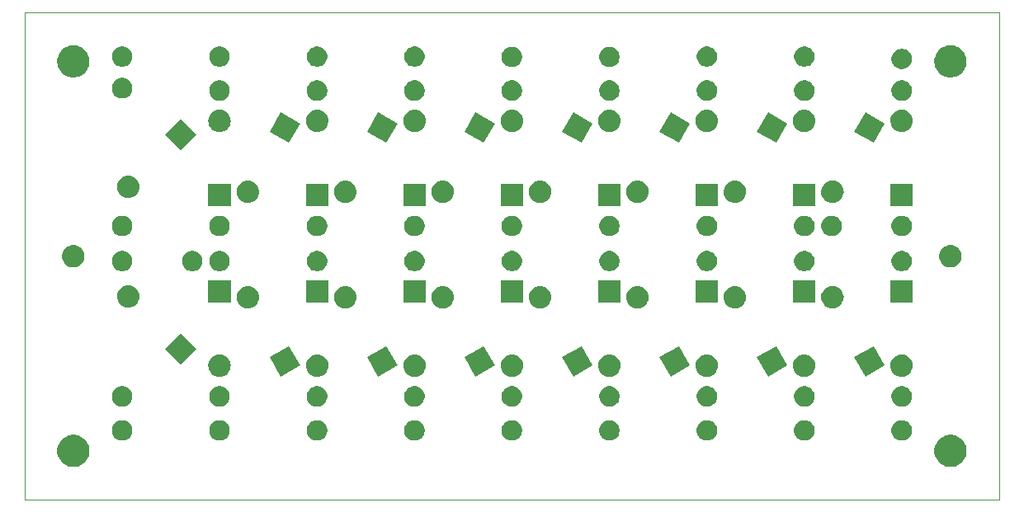
<source format=gbr>
G04 #@! TF.GenerationSoftware,KiCad,Pcbnew,5.1.4-e60b266~84~ubuntu16.04.1*
G04 #@! TF.CreationDate,2019-10-09T00:35:46-05:00*
G04 #@! TF.ProjectId,8x10p,38783130-702e-46b6-9963-61645f706362,rev?*
G04 #@! TF.SameCoordinates,Original*
G04 #@! TF.FileFunction,Soldermask,Bot*
G04 #@! TF.FilePolarity,Negative*
%FSLAX46Y46*%
G04 Gerber Fmt 4.6, Leading zero omitted, Abs format (unit mm)*
G04 Created by KiCad (PCBNEW 5.1.4-e60b266~84~ubuntu16.04.1) date 2019-10-09 00:35:46*
%MOMM*%
%LPD*%
G04 APERTURE LIST*
%ADD10C,0.050000*%
%ADD11C,0.150000*%
G04 APERTURE END LIST*
D10*
X50000000Y-100000000D02*
X50000000Y-50000000D01*
X150000000Y-100000000D02*
X50000000Y-100000000D01*
X150000000Y-50000000D02*
X150000000Y-100000000D01*
X50000000Y-50000000D02*
X150000000Y-50000000D01*
D11*
G36*
X145375256Y-93391298D02*
G01*
X145481579Y-93412447D01*
X145782042Y-93536903D01*
X146052451Y-93717585D01*
X146282415Y-93947549D01*
X146463097Y-94217958D01*
X146587553Y-94518421D01*
X146651000Y-94837391D01*
X146651000Y-95162609D01*
X146587553Y-95481579D01*
X146463097Y-95782042D01*
X146282415Y-96052451D01*
X146052451Y-96282415D01*
X145782042Y-96463097D01*
X145481579Y-96587553D01*
X145375256Y-96608702D01*
X145162611Y-96651000D01*
X144837389Y-96651000D01*
X144624744Y-96608702D01*
X144518421Y-96587553D01*
X144217958Y-96463097D01*
X143947549Y-96282415D01*
X143717585Y-96052451D01*
X143536903Y-95782042D01*
X143412447Y-95481579D01*
X143349000Y-95162609D01*
X143349000Y-94837391D01*
X143412447Y-94518421D01*
X143536903Y-94217958D01*
X143717585Y-93947549D01*
X143947549Y-93717585D01*
X144217958Y-93536903D01*
X144518421Y-93412447D01*
X144624744Y-93391298D01*
X144837389Y-93349000D01*
X145162611Y-93349000D01*
X145375256Y-93391298D01*
X145375256Y-93391298D01*
G37*
G36*
X55375256Y-93391298D02*
G01*
X55481579Y-93412447D01*
X55782042Y-93536903D01*
X56052451Y-93717585D01*
X56282415Y-93947549D01*
X56463097Y-94217958D01*
X56587553Y-94518421D01*
X56651000Y-94837391D01*
X56651000Y-95162609D01*
X56587553Y-95481579D01*
X56463097Y-95782042D01*
X56282415Y-96052451D01*
X56052451Y-96282415D01*
X55782042Y-96463097D01*
X55481579Y-96587553D01*
X55375256Y-96608702D01*
X55162611Y-96651000D01*
X54837389Y-96651000D01*
X54624744Y-96608702D01*
X54518421Y-96587553D01*
X54217958Y-96463097D01*
X53947549Y-96282415D01*
X53717585Y-96052451D01*
X53536903Y-95782042D01*
X53412447Y-95481579D01*
X53349000Y-95162609D01*
X53349000Y-94837391D01*
X53412447Y-94518421D01*
X53536903Y-94217958D01*
X53717585Y-93947549D01*
X53947549Y-93717585D01*
X54217958Y-93536903D01*
X54518421Y-93412447D01*
X54624744Y-93391298D01*
X54837389Y-93349000D01*
X55162611Y-93349000D01*
X55375256Y-93391298D01*
X55375256Y-93391298D01*
G37*
G36*
X110306564Y-91889389D02*
G01*
X110497833Y-91968615D01*
X110497835Y-91968616D01*
X110498511Y-91969068D01*
X110669973Y-92083635D01*
X110816365Y-92230027D01*
X110931385Y-92402167D01*
X111010611Y-92593436D01*
X111051000Y-92796484D01*
X111051000Y-93003516D01*
X111010611Y-93206564D01*
X110951612Y-93349000D01*
X110931384Y-93397835D01*
X110816365Y-93569973D01*
X110669973Y-93716365D01*
X110497835Y-93831384D01*
X110497834Y-93831385D01*
X110497833Y-93831385D01*
X110306564Y-93910611D01*
X110103516Y-93951000D01*
X109896484Y-93951000D01*
X109693436Y-93910611D01*
X109502167Y-93831385D01*
X109502166Y-93831385D01*
X109502165Y-93831384D01*
X109330027Y-93716365D01*
X109183635Y-93569973D01*
X109068616Y-93397835D01*
X109048388Y-93349000D01*
X108989389Y-93206564D01*
X108949000Y-93003516D01*
X108949000Y-92796484D01*
X108989389Y-92593436D01*
X109068615Y-92402167D01*
X109183635Y-92230027D01*
X109330027Y-92083635D01*
X109501489Y-91969068D01*
X109502165Y-91968616D01*
X109502167Y-91968615D01*
X109693436Y-91889389D01*
X109896484Y-91849000D01*
X110103516Y-91849000D01*
X110306564Y-91889389D01*
X110306564Y-91889389D01*
G37*
G36*
X70306564Y-91889389D02*
G01*
X70497833Y-91968615D01*
X70497835Y-91968616D01*
X70498511Y-91969068D01*
X70669973Y-92083635D01*
X70816365Y-92230027D01*
X70931385Y-92402167D01*
X71010611Y-92593436D01*
X71051000Y-92796484D01*
X71051000Y-93003516D01*
X71010611Y-93206564D01*
X70951612Y-93349000D01*
X70931384Y-93397835D01*
X70816365Y-93569973D01*
X70669973Y-93716365D01*
X70497835Y-93831384D01*
X70497834Y-93831385D01*
X70497833Y-93831385D01*
X70306564Y-93910611D01*
X70103516Y-93951000D01*
X69896484Y-93951000D01*
X69693436Y-93910611D01*
X69502167Y-93831385D01*
X69502166Y-93831385D01*
X69502165Y-93831384D01*
X69330027Y-93716365D01*
X69183635Y-93569973D01*
X69068616Y-93397835D01*
X69048388Y-93349000D01*
X68989389Y-93206564D01*
X68949000Y-93003516D01*
X68949000Y-92796484D01*
X68989389Y-92593436D01*
X69068615Y-92402167D01*
X69183635Y-92230027D01*
X69330027Y-92083635D01*
X69501489Y-91969068D01*
X69502165Y-91968616D01*
X69502167Y-91968615D01*
X69693436Y-91889389D01*
X69896484Y-91849000D01*
X70103516Y-91849000D01*
X70306564Y-91889389D01*
X70306564Y-91889389D01*
G37*
G36*
X60306564Y-91889389D02*
G01*
X60497833Y-91968615D01*
X60497835Y-91968616D01*
X60498511Y-91969068D01*
X60669973Y-92083635D01*
X60816365Y-92230027D01*
X60931385Y-92402167D01*
X61010611Y-92593436D01*
X61051000Y-92796484D01*
X61051000Y-93003516D01*
X61010611Y-93206564D01*
X60951612Y-93349000D01*
X60931384Y-93397835D01*
X60816365Y-93569973D01*
X60669973Y-93716365D01*
X60497835Y-93831384D01*
X60497834Y-93831385D01*
X60497833Y-93831385D01*
X60306564Y-93910611D01*
X60103516Y-93951000D01*
X59896484Y-93951000D01*
X59693436Y-93910611D01*
X59502167Y-93831385D01*
X59502166Y-93831385D01*
X59502165Y-93831384D01*
X59330027Y-93716365D01*
X59183635Y-93569973D01*
X59068616Y-93397835D01*
X59048388Y-93349000D01*
X58989389Y-93206564D01*
X58949000Y-93003516D01*
X58949000Y-92796484D01*
X58989389Y-92593436D01*
X59068615Y-92402167D01*
X59183635Y-92230027D01*
X59330027Y-92083635D01*
X59501489Y-91969068D01*
X59502165Y-91968616D01*
X59502167Y-91968615D01*
X59693436Y-91889389D01*
X59896484Y-91849000D01*
X60103516Y-91849000D01*
X60306564Y-91889389D01*
X60306564Y-91889389D01*
G37*
G36*
X90306564Y-91889389D02*
G01*
X90497833Y-91968615D01*
X90497835Y-91968616D01*
X90498511Y-91969068D01*
X90669973Y-92083635D01*
X90816365Y-92230027D01*
X90931385Y-92402167D01*
X91010611Y-92593436D01*
X91051000Y-92796484D01*
X91051000Y-93003516D01*
X91010611Y-93206564D01*
X90951612Y-93349000D01*
X90931384Y-93397835D01*
X90816365Y-93569973D01*
X90669973Y-93716365D01*
X90497835Y-93831384D01*
X90497834Y-93831385D01*
X90497833Y-93831385D01*
X90306564Y-93910611D01*
X90103516Y-93951000D01*
X89896484Y-93951000D01*
X89693436Y-93910611D01*
X89502167Y-93831385D01*
X89502166Y-93831385D01*
X89502165Y-93831384D01*
X89330027Y-93716365D01*
X89183635Y-93569973D01*
X89068616Y-93397835D01*
X89048388Y-93349000D01*
X88989389Y-93206564D01*
X88949000Y-93003516D01*
X88949000Y-92796484D01*
X88989389Y-92593436D01*
X89068615Y-92402167D01*
X89183635Y-92230027D01*
X89330027Y-92083635D01*
X89501489Y-91969068D01*
X89502165Y-91968616D01*
X89502167Y-91968615D01*
X89693436Y-91889389D01*
X89896484Y-91849000D01*
X90103516Y-91849000D01*
X90306564Y-91889389D01*
X90306564Y-91889389D01*
G37*
G36*
X80306564Y-91889389D02*
G01*
X80497833Y-91968615D01*
X80497835Y-91968616D01*
X80498511Y-91969068D01*
X80669973Y-92083635D01*
X80816365Y-92230027D01*
X80931385Y-92402167D01*
X81010611Y-92593436D01*
X81051000Y-92796484D01*
X81051000Y-93003516D01*
X81010611Y-93206564D01*
X80951612Y-93349000D01*
X80931384Y-93397835D01*
X80816365Y-93569973D01*
X80669973Y-93716365D01*
X80497835Y-93831384D01*
X80497834Y-93831385D01*
X80497833Y-93831385D01*
X80306564Y-93910611D01*
X80103516Y-93951000D01*
X79896484Y-93951000D01*
X79693436Y-93910611D01*
X79502167Y-93831385D01*
X79502166Y-93831385D01*
X79502165Y-93831384D01*
X79330027Y-93716365D01*
X79183635Y-93569973D01*
X79068616Y-93397835D01*
X79048388Y-93349000D01*
X78989389Y-93206564D01*
X78949000Y-93003516D01*
X78949000Y-92796484D01*
X78989389Y-92593436D01*
X79068615Y-92402167D01*
X79183635Y-92230027D01*
X79330027Y-92083635D01*
X79501489Y-91969068D01*
X79502165Y-91968616D01*
X79502167Y-91968615D01*
X79693436Y-91889389D01*
X79896484Y-91849000D01*
X80103516Y-91849000D01*
X80306564Y-91889389D01*
X80306564Y-91889389D01*
G37*
G36*
X100306564Y-91889389D02*
G01*
X100497833Y-91968615D01*
X100497835Y-91968616D01*
X100498511Y-91969068D01*
X100669973Y-92083635D01*
X100816365Y-92230027D01*
X100931385Y-92402167D01*
X101010611Y-92593436D01*
X101051000Y-92796484D01*
X101051000Y-93003516D01*
X101010611Y-93206564D01*
X100951612Y-93349000D01*
X100931384Y-93397835D01*
X100816365Y-93569973D01*
X100669973Y-93716365D01*
X100497835Y-93831384D01*
X100497834Y-93831385D01*
X100497833Y-93831385D01*
X100306564Y-93910611D01*
X100103516Y-93951000D01*
X99896484Y-93951000D01*
X99693436Y-93910611D01*
X99502167Y-93831385D01*
X99502166Y-93831385D01*
X99502165Y-93831384D01*
X99330027Y-93716365D01*
X99183635Y-93569973D01*
X99068616Y-93397835D01*
X99048388Y-93349000D01*
X98989389Y-93206564D01*
X98949000Y-93003516D01*
X98949000Y-92796484D01*
X98989389Y-92593436D01*
X99068615Y-92402167D01*
X99183635Y-92230027D01*
X99330027Y-92083635D01*
X99501489Y-91969068D01*
X99502165Y-91968616D01*
X99502167Y-91968615D01*
X99693436Y-91889389D01*
X99896484Y-91849000D01*
X100103516Y-91849000D01*
X100306564Y-91889389D01*
X100306564Y-91889389D01*
G37*
G36*
X130306564Y-91889389D02*
G01*
X130497833Y-91968615D01*
X130497835Y-91968616D01*
X130498511Y-91969068D01*
X130669973Y-92083635D01*
X130816365Y-92230027D01*
X130931385Y-92402167D01*
X131010611Y-92593436D01*
X131051000Y-92796484D01*
X131051000Y-93003516D01*
X131010611Y-93206564D01*
X130951612Y-93349000D01*
X130931384Y-93397835D01*
X130816365Y-93569973D01*
X130669973Y-93716365D01*
X130497835Y-93831384D01*
X130497834Y-93831385D01*
X130497833Y-93831385D01*
X130306564Y-93910611D01*
X130103516Y-93951000D01*
X129896484Y-93951000D01*
X129693436Y-93910611D01*
X129502167Y-93831385D01*
X129502166Y-93831385D01*
X129502165Y-93831384D01*
X129330027Y-93716365D01*
X129183635Y-93569973D01*
X129068616Y-93397835D01*
X129048388Y-93349000D01*
X128989389Y-93206564D01*
X128949000Y-93003516D01*
X128949000Y-92796484D01*
X128989389Y-92593436D01*
X129068615Y-92402167D01*
X129183635Y-92230027D01*
X129330027Y-92083635D01*
X129501489Y-91969068D01*
X129502165Y-91968616D01*
X129502167Y-91968615D01*
X129693436Y-91889389D01*
X129896484Y-91849000D01*
X130103516Y-91849000D01*
X130306564Y-91889389D01*
X130306564Y-91889389D01*
G37*
G36*
X120306564Y-91889389D02*
G01*
X120497833Y-91968615D01*
X120497835Y-91968616D01*
X120498511Y-91969068D01*
X120669973Y-92083635D01*
X120816365Y-92230027D01*
X120931385Y-92402167D01*
X121010611Y-92593436D01*
X121051000Y-92796484D01*
X121051000Y-93003516D01*
X121010611Y-93206564D01*
X120951612Y-93349000D01*
X120931384Y-93397835D01*
X120816365Y-93569973D01*
X120669973Y-93716365D01*
X120497835Y-93831384D01*
X120497834Y-93831385D01*
X120497833Y-93831385D01*
X120306564Y-93910611D01*
X120103516Y-93951000D01*
X119896484Y-93951000D01*
X119693436Y-93910611D01*
X119502167Y-93831385D01*
X119502166Y-93831385D01*
X119502165Y-93831384D01*
X119330027Y-93716365D01*
X119183635Y-93569973D01*
X119068616Y-93397835D01*
X119048388Y-93349000D01*
X118989389Y-93206564D01*
X118949000Y-93003516D01*
X118949000Y-92796484D01*
X118989389Y-92593436D01*
X119068615Y-92402167D01*
X119183635Y-92230027D01*
X119330027Y-92083635D01*
X119501489Y-91969068D01*
X119502165Y-91968616D01*
X119502167Y-91968615D01*
X119693436Y-91889389D01*
X119896484Y-91849000D01*
X120103516Y-91849000D01*
X120306564Y-91889389D01*
X120306564Y-91889389D01*
G37*
G36*
X140306416Y-91889879D02*
G01*
X140496503Y-91968616D01*
X140497594Y-91969068D01*
X140669055Y-92083635D01*
X140669648Y-92084031D01*
X140815969Y-92230352D01*
X140930933Y-92402408D01*
X141010121Y-92593584D01*
X141050490Y-92796534D01*
X141050490Y-93003466D01*
X141010121Y-93206416D01*
X140930933Y-93397592D01*
X140930932Y-93397594D01*
X140815969Y-93569648D01*
X140669648Y-93715969D01*
X140497594Y-93830932D01*
X140497593Y-93830933D01*
X140497592Y-93830933D01*
X140306416Y-93910121D01*
X140103466Y-93950490D01*
X139896534Y-93950490D01*
X139693584Y-93910121D01*
X139502408Y-93830933D01*
X139502407Y-93830933D01*
X139502406Y-93830932D01*
X139330352Y-93715969D01*
X139184031Y-93569648D01*
X139069068Y-93397594D01*
X139069067Y-93397592D01*
X138989879Y-93206416D01*
X138949510Y-93003466D01*
X138949510Y-92796534D01*
X138989879Y-92593584D01*
X139069067Y-92402408D01*
X139184031Y-92230352D01*
X139330352Y-92084031D01*
X139330945Y-92083635D01*
X139502406Y-91969068D01*
X139503497Y-91968616D01*
X139693584Y-91889879D01*
X139896534Y-91849510D01*
X140103466Y-91849510D01*
X140306416Y-91889879D01*
X140306416Y-91889879D01*
G37*
G36*
X90306564Y-88389389D02*
G01*
X90497833Y-88468615D01*
X90497835Y-88468616D01*
X90498511Y-88469068D01*
X90669973Y-88583635D01*
X90816365Y-88730027D01*
X90931385Y-88902167D01*
X91010611Y-89093436D01*
X91051000Y-89296484D01*
X91051000Y-89503516D01*
X91010611Y-89706564D01*
X90931485Y-89897592D01*
X90931384Y-89897835D01*
X90816365Y-90069973D01*
X90669973Y-90216365D01*
X90497835Y-90331384D01*
X90497834Y-90331385D01*
X90497833Y-90331385D01*
X90306564Y-90410611D01*
X90103516Y-90451000D01*
X89896484Y-90451000D01*
X89693436Y-90410611D01*
X89502167Y-90331385D01*
X89502166Y-90331385D01*
X89502165Y-90331384D01*
X89330027Y-90216365D01*
X89183635Y-90069973D01*
X89068616Y-89897835D01*
X89068515Y-89897592D01*
X88989389Y-89706564D01*
X88949000Y-89503516D01*
X88949000Y-89296484D01*
X88989389Y-89093436D01*
X89068615Y-88902167D01*
X89183635Y-88730027D01*
X89330027Y-88583635D01*
X89501489Y-88469068D01*
X89502165Y-88468616D01*
X89502167Y-88468615D01*
X89693436Y-88389389D01*
X89896484Y-88349000D01*
X90103516Y-88349000D01*
X90306564Y-88389389D01*
X90306564Y-88389389D01*
G37*
G36*
X80306564Y-88389389D02*
G01*
X80497833Y-88468615D01*
X80497835Y-88468616D01*
X80498511Y-88469068D01*
X80669973Y-88583635D01*
X80816365Y-88730027D01*
X80931385Y-88902167D01*
X81010611Y-89093436D01*
X81051000Y-89296484D01*
X81051000Y-89503516D01*
X81010611Y-89706564D01*
X80931485Y-89897592D01*
X80931384Y-89897835D01*
X80816365Y-90069973D01*
X80669973Y-90216365D01*
X80497835Y-90331384D01*
X80497834Y-90331385D01*
X80497833Y-90331385D01*
X80306564Y-90410611D01*
X80103516Y-90451000D01*
X79896484Y-90451000D01*
X79693436Y-90410611D01*
X79502167Y-90331385D01*
X79502166Y-90331385D01*
X79502165Y-90331384D01*
X79330027Y-90216365D01*
X79183635Y-90069973D01*
X79068616Y-89897835D01*
X79068515Y-89897592D01*
X78989389Y-89706564D01*
X78949000Y-89503516D01*
X78949000Y-89296484D01*
X78989389Y-89093436D01*
X79068615Y-88902167D01*
X79183635Y-88730027D01*
X79330027Y-88583635D01*
X79501489Y-88469068D01*
X79502165Y-88468616D01*
X79502167Y-88468615D01*
X79693436Y-88389389D01*
X79896484Y-88349000D01*
X80103516Y-88349000D01*
X80306564Y-88389389D01*
X80306564Y-88389389D01*
G37*
G36*
X70306564Y-88389389D02*
G01*
X70497833Y-88468615D01*
X70497835Y-88468616D01*
X70498511Y-88469068D01*
X70669973Y-88583635D01*
X70816365Y-88730027D01*
X70931385Y-88902167D01*
X71010611Y-89093436D01*
X71051000Y-89296484D01*
X71051000Y-89503516D01*
X71010611Y-89706564D01*
X70931485Y-89897592D01*
X70931384Y-89897835D01*
X70816365Y-90069973D01*
X70669973Y-90216365D01*
X70497835Y-90331384D01*
X70497834Y-90331385D01*
X70497833Y-90331385D01*
X70306564Y-90410611D01*
X70103516Y-90451000D01*
X69896484Y-90451000D01*
X69693436Y-90410611D01*
X69502167Y-90331385D01*
X69502166Y-90331385D01*
X69502165Y-90331384D01*
X69330027Y-90216365D01*
X69183635Y-90069973D01*
X69068616Y-89897835D01*
X69068515Y-89897592D01*
X68989389Y-89706564D01*
X68949000Y-89503516D01*
X68949000Y-89296484D01*
X68989389Y-89093436D01*
X69068615Y-88902167D01*
X69183635Y-88730027D01*
X69330027Y-88583635D01*
X69501489Y-88469068D01*
X69502165Y-88468616D01*
X69502167Y-88468615D01*
X69693436Y-88389389D01*
X69896484Y-88349000D01*
X70103516Y-88349000D01*
X70306564Y-88389389D01*
X70306564Y-88389389D01*
G37*
G36*
X130306564Y-88389389D02*
G01*
X130497833Y-88468615D01*
X130497835Y-88468616D01*
X130498511Y-88469068D01*
X130669973Y-88583635D01*
X130816365Y-88730027D01*
X130931385Y-88902167D01*
X131010611Y-89093436D01*
X131051000Y-89296484D01*
X131051000Y-89503516D01*
X131010611Y-89706564D01*
X130931485Y-89897592D01*
X130931384Y-89897835D01*
X130816365Y-90069973D01*
X130669973Y-90216365D01*
X130497835Y-90331384D01*
X130497834Y-90331385D01*
X130497833Y-90331385D01*
X130306564Y-90410611D01*
X130103516Y-90451000D01*
X129896484Y-90451000D01*
X129693436Y-90410611D01*
X129502167Y-90331385D01*
X129502166Y-90331385D01*
X129502165Y-90331384D01*
X129330027Y-90216365D01*
X129183635Y-90069973D01*
X129068616Y-89897835D01*
X129068515Y-89897592D01*
X128989389Y-89706564D01*
X128949000Y-89503516D01*
X128949000Y-89296484D01*
X128989389Y-89093436D01*
X129068615Y-88902167D01*
X129183635Y-88730027D01*
X129330027Y-88583635D01*
X129501489Y-88469068D01*
X129502165Y-88468616D01*
X129502167Y-88468615D01*
X129693436Y-88389389D01*
X129896484Y-88349000D01*
X130103516Y-88349000D01*
X130306564Y-88389389D01*
X130306564Y-88389389D01*
G37*
G36*
X110306564Y-88389389D02*
G01*
X110497833Y-88468615D01*
X110497835Y-88468616D01*
X110498511Y-88469068D01*
X110669973Y-88583635D01*
X110816365Y-88730027D01*
X110931385Y-88902167D01*
X111010611Y-89093436D01*
X111051000Y-89296484D01*
X111051000Y-89503516D01*
X111010611Y-89706564D01*
X110931485Y-89897592D01*
X110931384Y-89897835D01*
X110816365Y-90069973D01*
X110669973Y-90216365D01*
X110497835Y-90331384D01*
X110497834Y-90331385D01*
X110497833Y-90331385D01*
X110306564Y-90410611D01*
X110103516Y-90451000D01*
X109896484Y-90451000D01*
X109693436Y-90410611D01*
X109502167Y-90331385D01*
X109502166Y-90331385D01*
X109502165Y-90331384D01*
X109330027Y-90216365D01*
X109183635Y-90069973D01*
X109068616Y-89897835D01*
X109068515Y-89897592D01*
X108989389Y-89706564D01*
X108949000Y-89503516D01*
X108949000Y-89296484D01*
X108989389Y-89093436D01*
X109068615Y-88902167D01*
X109183635Y-88730027D01*
X109330027Y-88583635D01*
X109501489Y-88469068D01*
X109502165Y-88468616D01*
X109502167Y-88468615D01*
X109693436Y-88389389D01*
X109896484Y-88349000D01*
X110103516Y-88349000D01*
X110306564Y-88389389D01*
X110306564Y-88389389D01*
G37*
G36*
X120306564Y-88389389D02*
G01*
X120497833Y-88468615D01*
X120497835Y-88468616D01*
X120498511Y-88469068D01*
X120669973Y-88583635D01*
X120816365Y-88730027D01*
X120931385Y-88902167D01*
X121010611Y-89093436D01*
X121051000Y-89296484D01*
X121051000Y-89503516D01*
X121010611Y-89706564D01*
X120931485Y-89897592D01*
X120931384Y-89897835D01*
X120816365Y-90069973D01*
X120669973Y-90216365D01*
X120497835Y-90331384D01*
X120497834Y-90331385D01*
X120497833Y-90331385D01*
X120306564Y-90410611D01*
X120103516Y-90451000D01*
X119896484Y-90451000D01*
X119693436Y-90410611D01*
X119502167Y-90331385D01*
X119502166Y-90331385D01*
X119502165Y-90331384D01*
X119330027Y-90216365D01*
X119183635Y-90069973D01*
X119068616Y-89897835D01*
X119068515Y-89897592D01*
X118989389Y-89706564D01*
X118949000Y-89503516D01*
X118949000Y-89296484D01*
X118989389Y-89093436D01*
X119068615Y-88902167D01*
X119183635Y-88730027D01*
X119330027Y-88583635D01*
X119501489Y-88469068D01*
X119502165Y-88468616D01*
X119502167Y-88468615D01*
X119693436Y-88389389D01*
X119896484Y-88349000D01*
X120103516Y-88349000D01*
X120306564Y-88389389D01*
X120306564Y-88389389D01*
G37*
G36*
X140306564Y-88389389D02*
G01*
X140497833Y-88468615D01*
X140497835Y-88468616D01*
X140498511Y-88469068D01*
X140669973Y-88583635D01*
X140816365Y-88730027D01*
X140931385Y-88902167D01*
X141010611Y-89093436D01*
X141051000Y-89296484D01*
X141051000Y-89503516D01*
X141010611Y-89706564D01*
X140931485Y-89897592D01*
X140931384Y-89897835D01*
X140816365Y-90069973D01*
X140669973Y-90216365D01*
X140497835Y-90331384D01*
X140497834Y-90331385D01*
X140497833Y-90331385D01*
X140306564Y-90410611D01*
X140103516Y-90451000D01*
X139896484Y-90451000D01*
X139693436Y-90410611D01*
X139502167Y-90331385D01*
X139502166Y-90331385D01*
X139502165Y-90331384D01*
X139330027Y-90216365D01*
X139183635Y-90069973D01*
X139068616Y-89897835D01*
X139068515Y-89897592D01*
X138989389Y-89706564D01*
X138949000Y-89503516D01*
X138949000Y-89296484D01*
X138989389Y-89093436D01*
X139068615Y-88902167D01*
X139183635Y-88730027D01*
X139330027Y-88583635D01*
X139501489Y-88469068D01*
X139502165Y-88468616D01*
X139502167Y-88468615D01*
X139693436Y-88389389D01*
X139896484Y-88349000D01*
X140103516Y-88349000D01*
X140306564Y-88389389D01*
X140306564Y-88389389D01*
G37*
G36*
X100306564Y-88389389D02*
G01*
X100497833Y-88468615D01*
X100497835Y-88468616D01*
X100498511Y-88469068D01*
X100669973Y-88583635D01*
X100816365Y-88730027D01*
X100931385Y-88902167D01*
X101010611Y-89093436D01*
X101051000Y-89296484D01*
X101051000Y-89503516D01*
X101010611Y-89706564D01*
X100931485Y-89897592D01*
X100931384Y-89897835D01*
X100816365Y-90069973D01*
X100669973Y-90216365D01*
X100497835Y-90331384D01*
X100497834Y-90331385D01*
X100497833Y-90331385D01*
X100306564Y-90410611D01*
X100103516Y-90451000D01*
X99896484Y-90451000D01*
X99693436Y-90410611D01*
X99502167Y-90331385D01*
X99502166Y-90331385D01*
X99502165Y-90331384D01*
X99330027Y-90216365D01*
X99183635Y-90069973D01*
X99068616Y-89897835D01*
X99068515Y-89897592D01*
X98989389Y-89706564D01*
X98949000Y-89503516D01*
X98949000Y-89296484D01*
X98989389Y-89093436D01*
X99068615Y-88902167D01*
X99183635Y-88730027D01*
X99330027Y-88583635D01*
X99501489Y-88469068D01*
X99502165Y-88468616D01*
X99502167Y-88468615D01*
X99693436Y-88389389D01*
X99896484Y-88349000D01*
X100103516Y-88349000D01*
X100306564Y-88389389D01*
X100306564Y-88389389D01*
G37*
G36*
X60306416Y-88389879D02*
G01*
X60496503Y-88468616D01*
X60497594Y-88469068D01*
X60669055Y-88583635D01*
X60669648Y-88584031D01*
X60815969Y-88730352D01*
X60930933Y-88902408D01*
X61010121Y-89093584D01*
X61050490Y-89296534D01*
X61050490Y-89503466D01*
X61010121Y-89706416D01*
X61010059Y-89706565D01*
X60930932Y-89897594D01*
X60815969Y-90069648D01*
X60669648Y-90215969D01*
X60497594Y-90330932D01*
X60497593Y-90330933D01*
X60497592Y-90330933D01*
X60306416Y-90410121D01*
X60103466Y-90450490D01*
X59896534Y-90450490D01*
X59693584Y-90410121D01*
X59502408Y-90330933D01*
X59502407Y-90330933D01*
X59502406Y-90330932D01*
X59330352Y-90215969D01*
X59184031Y-90069648D01*
X59069068Y-89897594D01*
X58989941Y-89706565D01*
X58989879Y-89706416D01*
X58949510Y-89503466D01*
X58949510Y-89296534D01*
X58989879Y-89093584D01*
X59069067Y-88902408D01*
X59184031Y-88730352D01*
X59330352Y-88584031D01*
X59330945Y-88583635D01*
X59502406Y-88469068D01*
X59503497Y-88468616D01*
X59693584Y-88389879D01*
X59896534Y-88349510D01*
X60103466Y-88349510D01*
X60306416Y-88389879D01*
X60306416Y-88389879D01*
G37*
G36*
X128272295Y-86221295D02*
G01*
X126278705Y-87372295D01*
X125127705Y-85378705D01*
X127121295Y-84227705D01*
X128272295Y-86221295D01*
X128272295Y-86221295D01*
G37*
G36*
X108272295Y-86221295D02*
G01*
X106278705Y-87372295D01*
X105127705Y-85378705D01*
X107121295Y-84227705D01*
X108272295Y-86221295D01*
X108272295Y-86221295D01*
G37*
G36*
X78272295Y-86221295D02*
G01*
X76278705Y-87372295D01*
X75127705Y-85378705D01*
X77121295Y-84227705D01*
X78272295Y-86221295D01*
X78272295Y-86221295D01*
G37*
G36*
X88272295Y-86221295D02*
G01*
X86278705Y-87372295D01*
X85127705Y-85378705D01*
X87121295Y-84227705D01*
X88272295Y-86221295D01*
X88272295Y-86221295D01*
G37*
G36*
X98272295Y-86221295D02*
G01*
X96278705Y-87372295D01*
X95127705Y-85378705D01*
X97121295Y-84227705D01*
X98272295Y-86221295D01*
X98272295Y-86221295D01*
G37*
G36*
X118272295Y-86221295D02*
G01*
X116278705Y-87372295D01*
X115127705Y-85378705D01*
X117121295Y-84227705D01*
X118272295Y-86221295D01*
X118272295Y-86221295D01*
G37*
G36*
X138272295Y-86221295D02*
G01*
X136278705Y-87372295D01*
X135127705Y-85378705D01*
X137121295Y-84227705D01*
X138272295Y-86221295D01*
X138272295Y-86221295D01*
G37*
G36*
X100169271Y-85080103D02*
G01*
X100225635Y-85085654D01*
X100442600Y-85151470D01*
X100442602Y-85151471D01*
X100642555Y-85258347D01*
X100817818Y-85402182D01*
X100961653Y-85577445D01*
X101068529Y-85777398D01*
X101134346Y-85994366D01*
X101156569Y-86220000D01*
X101134346Y-86445634D01*
X101068529Y-86662602D01*
X100961653Y-86862555D01*
X100817818Y-87037818D01*
X100642555Y-87181653D01*
X100442602Y-87288529D01*
X100442600Y-87288530D01*
X100225635Y-87354346D01*
X100169271Y-87359897D01*
X100056545Y-87371000D01*
X99943455Y-87371000D01*
X99830729Y-87359897D01*
X99774365Y-87354346D01*
X99557400Y-87288530D01*
X99557398Y-87288529D01*
X99357445Y-87181653D01*
X99182182Y-87037818D01*
X99038347Y-86862555D01*
X98931471Y-86662602D01*
X98865654Y-86445634D01*
X98843431Y-86220000D01*
X98865654Y-85994366D01*
X98931471Y-85777398D01*
X99038347Y-85577445D01*
X99182182Y-85402182D01*
X99357445Y-85258347D01*
X99557398Y-85151471D01*
X99557400Y-85151470D01*
X99774365Y-85085654D01*
X99830729Y-85080103D01*
X99943455Y-85069000D01*
X100056545Y-85069000D01*
X100169271Y-85080103D01*
X100169271Y-85080103D01*
G37*
G36*
X80169271Y-85080103D02*
G01*
X80225635Y-85085654D01*
X80442600Y-85151470D01*
X80442602Y-85151471D01*
X80642555Y-85258347D01*
X80817818Y-85402182D01*
X80961653Y-85577445D01*
X81068529Y-85777398D01*
X81134346Y-85994366D01*
X81156569Y-86220000D01*
X81134346Y-86445634D01*
X81068529Y-86662602D01*
X80961653Y-86862555D01*
X80817818Y-87037818D01*
X80642555Y-87181653D01*
X80442602Y-87288529D01*
X80442600Y-87288530D01*
X80225635Y-87354346D01*
X80169271Y-87359897D01*
X80056545Y-87371000D01*
X79943455Y-87371000D01*
X79830729Y-87359897D01*
X79774365Y-87354346D01*
X79557400Y-87288530D01*
X79557398Y-87288529D01*
X79357445Y-87181653D01*
X79182182Y-87037818D01*
X79038347Y-86862555D01*
X78931471Y-86662602D01*
X78865654Y-86445634D01*
X78843431Y-86220000D01*
X78865654Y-85994366D01*
X78931471Y-85777398D01*
X79038347Y-85577445D01*
X79182182Y-85402182D01*
X79357445Y-85258347D01*
X79557398Y-85151471D01*
X79557400Y-85151470D01*
X79774365Y-85085654D01*
X79830729Y-85080103D01*
X79943455Y-85069000D01*
X80056545Y-85069000D01*
X80169271Y-85080103D01*
X80169271Y-85080103D01*
G37*
G36*
X90169271Y-85080103D02*
G01*
X90225635Y-85085654D01*
X90442600Y-85151470D01*
X90442602Y-85151471D01*
X90642555Y-85258347D01*
X90817818Y-85402182D01*
X90961653Y-85577445D01*
X91068529Y-85777398D01*
X91134346Y-85994366D01*
X91156569Y-86220000D01*
X91134346Y-86445634D01*
X91068529Y-86662602D01*
X90961653Y-86862555D01*
X90817818Y-87037818D01*
X90642555Y-87181653D01*
X90442602Y-87288529D01*
X90442600Y-87288530D01*
X90225635Y-87354346D01*
X90169271Y-87359897D01*
X90056545Y-87371000D01*
X89943455Y-87371000D01*
X89830729Y-87359897D01*
X89774365Y-87354346D01*
X89557400Y-87288530D01*
X89557398Y-87288529D01*
X89357445Y-87181653D01*
X89182182Y-87037818D01*
X89038347Y-86862555D01*
X88931471Y-86662602D01*
X88865654Y-86445634D01*
X88843431Y-86220000D01*
X88865654Y-85994366D01*
X88931471Y-85777398D01*
X89038347Y-85577445D01*
X89182182Y-85402182D01*
X89357445Y-85258347D01*
X89557398Y-85151471D01*
X89557400Y-85151470D01*
X89774365Y-85085654D01*
X89830729Y-85080103D01*
X89943455Y-85069000D01*
X90056545Y-85069000D01*
X90169271Y-85080103D01*
X90169271Y-85080103D01*
G37*
G36*
X110169271Y-85080103D02*
G01*
X110225635Y-85085654D01*
X110442600Y-85151470D01*
X110442602Y-85151471D01*
X110642555Y-85258347D01*
X110817818Y-85402182D01*
X110961653Y-85577445D01*
X111068529Y-85777398D01*
X111134346Y-85994366D01*
X111156569Y-86220000D01*
X111134346Y-86445634D01*
X111068529Y-86662602D01*
X110961653Y-86862555D01*
X110817818Y-87037818D01*
X110642555Y-87181653D01*
X110442602Y-87288529D01*
X110442600Y-87288530D01*
X110225635Y-87354346D01*
X110169271Y-87359897D01*
X110056545Y-87371000D01*
X109943455Y-87371000D01*
X109830729Y-87359897D01*
X109774365Y-87354346D01*
X109557400Y-87288530D01*
X109557398Y-87288529D01*
X109357445Y-87181653D01*
X109182182Y-87037818D01*
X109038347Y-86862555D01*
X108931471Y-86662602D01*
X108865654Y-86445634D01*
X108843431Y-86220000D01*
X108865654Y-85994366D01*
X108931471Y-85777398D01*
X109038347Y-85577445D01*
X109182182Y-85402182D01*
X109357445Y-85258347D01*
X109557398Y-85151471D01*
X109557400Y-85151470D01*
X109774365Y-85085654D01*
X109830729Y-85080103D01*
X109943455Y-85069000D01*
X110056545Y-85069000D01*
X110169271Y-85080103D01*
X110169271Y-85080103D01*
G37*
G36*
X70169271Y-85080103D02*
G01*
X70225635Y-85085654D01*
X70442600Y-85151470D01*
X70442602Y-85151471D01*
X70642555Y-85258347D01*
X70817818Y-85402182D01*
X70961653Y-85577445D01*
X71068529Y-85777398D01*
X71134346Y-85994366D01*
X71156569Y-86220000D01*
X71134346Y-86445634D01*
X71068529Y-86662602D01*
X70961653Y-86862555D01*
X70817818Y-87037818D01*
X70642555Y-87181653D01*
X70442602Y-87288529D01*
X70442600Y-87288530D01*
X70225635Y-87354346D01*
X70169271Y-87359897D01*
X70056545Y-87371000D01*
X69943455Y-87371000D01*
X69830729Y-87359897D01*
X69774365Y-87354346D01*
X69557400Y-87288530D01*
X69557398Y-87288529D01*
X69357445Y-87181653D01*
X69182182Y-87037818D01*
X69038347Y-86862555D01*
X68931471Y-86662602D01*
X68865654Y-86445634D01*
X68843431Y-86220000D01*
X68865654Y-85994366D01*
X68931471Y-85777398D01*
X69038347Y-85577445D01*
X69182182Y-85402182D01*
X69357445Y-85258347D01*
X69557398Y-85151471D01*
X69557400Y-85151470D01*
X69774365Y-85085654D01*
X69830729Y-85080103D01*
X69943455Y-85069000D01*
X70056545Y-85069000D01*
X70169271Y-85080103D01*
X70169271Y-85080103D01*
G37*
G36*
X120169271Y-85080103D02*
G01*
X120225635Y-85085654D01*
X120442600Y-85151470D01*
X120442602Y-85151471D01*
X120642555Y-85258347D01*
X120817818Y-85402182D01*
X120961653Y-85577445D01*
X121068529Y-85777398D01*
X121134346Y-85994366D01*
X121156569Y-86220000D01*
X121134346Y-86445634D01*
X121068529Y-86662602D01*
X120961653Y-86862555D01*
X120817818Y-87037818D01*
X120642555Y-87181653D01*
X120442602Y-87288529D01*
X120442600Y-87288530D01*
X120225635Y-87354346D01*
X120169271Y-87359897D01*
X120056545Y-87371000D01*
X119943455Y-87371000D01*
X119830729Y-87359897D01*
X119774365Y-87354346D01*
X119557400Y-87288530D01*
X119557398Y-87288529D01*
X119357445Y-87181653D01*
X119182182Y-87037818D01*
X119038347Y-86862555D01*
X118931471Y-86662602D01*
X118865654Y-86445634D01*
X118843431Y-86220000D01*
X118865654Y-85994366D01*
X118931471Y-85777398D01*
X119038347Y-85577445D01*
X119182182Y-85402182D01*
X119357445Y-85258347D01*
X119557398Y-85151471D01*
X119557400Y-85151470D01*
X119774365Y-85085654D01*
X119830729Y-85080103D01*
X119943455Y-85069000D01*
X120056545Y-85069000D01*
X120169271Y-85080103D01*
X120169271Y-85080103D01*
G37*
G36*
X140169271Y-85080103D02*
G01*
X140225635Y-85085654D01*
X140442600Y-85151470D01*
X140442602Y-85151471D01*
X140642555Y-85258347D01*
X140817818Y-85402182D01*
X140961653Y-85577445D01*
X141068529Y-85777398D01*
X141134346Y-85994366D01*
X141156569Y-86220000D01*
X141134346Y-86445634D01*
X141068529Y-86662602D01*
X140961653Y-86862555D01*
X140817818Y-87037818D01*
X140642555Y-87181653D01*
X140442602Y-87288529D01*
X140442600Y-87288530D01*
X140225635Y-87354346D01*
X140169271Y-87359897D01*
X140056545Y-87371000D01*
X139943455Y-87371000D01*
X139830729Y-87359897D01*
X139774365Y-87354346D01*
X139557400Y-87288530D01*
X139557398Y-87288529D01*
X139357445Y-87181653D01*
X139182182Y-87037818D01*
X139038347Y-86862555D01*
X138931471Y-86662602D01*
X138865654Y-86445634D01*
X138843431Y-86220000D01*
X138865654Y-85994366D01*
X138931471Y-85777398D01*
X139038347Y-85577445D01*
X139182182Y-85402182D01*
X139357445Y-85258347D01*
X139557398Y-85151471D01*
X139557400Y-85151470D01*
X139774365Y-85085654D01*
X139830729Y-85080103D01*
X139943455Y-85069000D01*
X140056545Y-85069000D01*
X140169271Y-85080103D01*
X140169271Y-85080103D01*
G37*
G36*
X130169271Y-85080103D02*
G01*
X130225635Y-85085654D01*
X130442600Y-85151470D01*
X130442602Y-85151471D01*
X130642555Y-85258347D01*
X130817818Y-85402182D01*
X130961653Y-85577445D01*
X131068529Y-85777398D01*
X131134346Y-85994366D01*
X131156569Y-86220000D01*
X131134346Y-86445634D01*
X131068529Y-86662602D01*
X130961653Y-86862555D01*
X130817818Y-87037818D01*
X130642555Y-87181653D01*
X130442602Y-87288529D01*
X130442600Y-87288530D01*
X130225635Y-87354346D01*
X130169271Y-87359897D01*
X130056545Y-87371000D01*
X129943455Y-87371000D01*
X129830729Y-87359897D01*
X129774365Y-87354346D01*
X129557400Y-87288530D01*
X129557398Y-87288529D01*
X129357445Y-87181653D01*
X129182182Y-87037818D01*
X129038347Y-86862555D01*
X128931471Y-86662602D01*
X128865654Y-86445634D01*
X128843431Y-86220000D01*
X128865654Y-85994366D01*
X128931471Y-85777398D01*
X129038347Y-85577445D01*
X129182182Y-85402182D01*
X129357445Y-85258347D01*
X129557398Y-85151471D01*
X129557400Y-85151470D01*
X129774365Y-85085654D01*
X129830729Y-85080103D01*
X129943455Y-85069000D01*
X130056545Y-85069000D01*
X130169271Y-85080103D01*
X130169271Y-85080103D01*
G37*
G36*
X67627760Y-84500000D02*
G01*
X66000000Y-86127760D01*
X64372240Y-84500000D01*
X66000000Y-82872240D01*
X67627760Y-84500000D01*
X67627760Y-84500000D01*
G37*
G36*
X123059271Y-78060989D02*
G01*
X123115635Y-78066540D01*
X123332600Y-78132356D01*
X123332602Y-78132357D01*
X123532555Y-78239233D01*
X123707818Y-78383068D01*
X123851653Y-78558331D01*
X123958529Y-78758284D01*
X123958530Y-78758286D01*
X124024346Y-78975251D01*
X124046569Y-79200886D01*
X124024346Y-79426521D01*
X123985540Y-79554448D01*
X123958529Y-79643488D01*
X123851653Y-79843441D01*
X123707818Y-80018704D01*
X123532555Y-80162539D01*
X123344892Y-80262846D01*
X123332600Y-80269416D01*
X123115635Y-80335232D01*
X123059271Y-80340783D01*
X122946545Y-80351886D01*
X122833455Y-80351886D01*
X122720729Y-80340783D01*
X122664365Y-80335232D01*
X122447400Y-80269416D01*
X122435108Y-80262846D01*
X122247445Y-80162539D01*
X122072182Y-80018704D01*
X121928347Y-79843441D01*
X121821471Y-79643488D01*
X121794461Y-79554448D01*
X121755654Y-79426521D01*
X121733431Y-79200886D01*
X121755654Y-78975251D01*
X121821470Y-78758286D01*
X121821471Y-78758284D01*
X121928347Y-78558331D01*
X122072182Y-78383068D01*
X122247445Y-78239233D01*
X122447398Y-78132357D01*
X122447400Y-78132356D01*
X122664365Y-78066540D01*
X122720729Y-78060989D01*
X122833455Y-78049886D01*
X122946545Y-78049886D01*
X123059271Y-78060989D01*
X123059271Y-78060989D01*
G37*
G36*
X93059271Y-78060989D02*
G01*
X93115635Y-78066540D01*
X93332600Y-78132356D01*
X93332602Y-78132357D01*
X93532555Y-78239233D01*
X93707818Y-78383068D01*
X93851653Y-78558331D01*
X93958529Y-78758284D01*
X93958530Y-78758286D01*
X94024346Y-78975251D01*
X94046569Y-79200886D01*
X94024346Y-79426521D01*
X93985540Y-79554448D01*
X93958529Y-79643488D01*
X93851653Y-79843441D01*
X93707818Y-80018704D01*
X93532555Y-80162539D01*
X93344892Y-80262846D01*
X93332600Y-80269416D01*
X93115635Y-80335232D01*
X93059271Y-80340783D01*
X92946545Y-80351886D01*
X92833455Y-80351886D01*
X92720729Y-80340783D01*
X92664365Y-80335232D01*
X92447400Y-80269416D01*
X92435108Y-80262846D01*
X92247445Y-80162539D01*
X92072182Y-80018704D01*
X91928347Y-79843441D01*
X91821471Y-79643488D01*
X91794461Y-79554448D01*
X91755654Y-79426521D01*
X91733431Y-79200886D01*
X91755654Y-78975251D01*
X91821470Y-78758286D01*
X91821471Y-78758284D01*
X91928347Y-78558331D01*
X92072182Y-78383068D01*
X92247445Y-78239233D01*
X92447398Y-78132357D01*
X92447400Y-78132356D01*
X92664365Y-78066540D01*
X92720729Y-78060989D01*
X92833455Y-78049886D01*
X92946545Y-78049886D01*
X93059271Y-78060989D01*
X93059271Y-78060989D01*
G37*
G36*
X113059271Y-78060989D02*
G01*
X113115635Y-78066540D01*
X113332600Y-78132356D01*
X113332602Y-78132357D01*
X113532555Y-78239233D01*
X113707818Y-78383068D01*
X113851653Y-78558331D01*
X113958529Y-78758284D01*
X113958530Y-78758286D01*
X114024346Y-78975251D01*
X114046569Y-79200886D01*
X114024346Y-79426521D01*
X113985540Y-79554448D01*
X113958529Y-79643488D01*
X113851653Y-79843441D01*
X113707818Y-80018704D01*
X113532555Y-80162539D01*
X113344892Y-80262846D01*
X113332600Y-80269416D01*
X113115635Y-80335232D01*
X113059271Y-80340783D01*
X112946545Y-80351886D01*
X112833455Y-80351886D01*
X112720729Y-80340783D01*
X112664365Y-80335232D01*
X112447400Y-80269416D01*
X112435108Y-80262846D01*
X112247445Y-80162539D01*
X112072182Y-80018704D01*
X111928347Y-79843441D01*
X111821471Y-79643488D01*
X111794461Y-79554448D01*
X111755654Y-79426521D01*
X111733431Y-79200886D01*
X111755654Y-78975251D01*
X111821470Y-78758286D01*
X111821471Y-78758284D01*
X111928347Y-78558331D01*
X112072182Y-78383068D01*
X112247445Y-78239233D01*
X112447398Y-78132357D01*
X112447400Y-78132356D01*
X112664365Y-78066540D01*
X112720729Y-78060989D01*
X112833455Y-78049886D01*
X112946545Y-78049886D01*
X113059271Y-78060989D01*
X113059271Y-78060989D01*
G37*
G36*
X133059271Y-78060989D02*
G01*
X133115635Y-78066540D01*
X133332600Y-78132356D01*
X133332602Y-78132357D01*
X133532555Y-78239233D01*
X133707818Y-78383068D01*
X133851653Y-78558331D01*
X133958529Y-78758284D01*
X133958530Y-78758286D01*
X134024346Y-78975251D01*
X134046569Y-79200886D01*
X134024346Y-79426521D01*
X133985540Y-79554448D01*
X133958529Y-79643488D01*
X133851653Y-79843441D01*
X133707818Y-80018704D01*
X133532555Y-80162539D01*
X133344892Y-80262846D01*
X133332600Y-80269416D01*
X133115635Y-80335232D01*
X133059271Y-80340783D01*
X132946545Y-80351886D01*
X132833455Y-80351886D01*
X132720729Y-80340783D01*
X132664365Y-80335232D01*
X132447400Y-80269416D01*
X132435108Y-80262846D01*
X132247445Y-80162539D01*
X132072182Y-80018704D01*
X131928347Y-79843441D01*
X131821471Y-79643488D01*
X131794461Y-79554448D01*
X131755654Y-79426521D01*
X131733431Y-79200886D01*
X131755654Y-78975251D01*
X131821470Y-78758286D01*
X131821471Y-78758284D01*
X131928347Y-78558331D01*
X132072182Y-78383068D01*
X132247445Y-78239233D01*
X132447398Y-78132357D01*
X132447400Y-78132356D01*
X132664365Y-78066540D01*
X132720729Y-78060989D01*
X132833455Y-78049886D01*
X132946545Y-78049886D01*
X133059271Y-78060989D01*
X133059271Y-78060989D01*
G37*
G36*
X103059271Y-78060989D02*
G01*
X103115635Y-78066540D01*
X103332600Y-78132356D01*
X103332602Y-78132357D01*
X103532555Y-78239233D01*
X103707818Y-78383068D01*
X103851653Y-78558331D01*
X103958529Y-78758284D01*
X103958530Y-78758286D01*
X104024346Y-78975251D01*
X104046569Y-79200886D01*
X104024346Y-79426521D01*
X103985540Y-79554448D01*
X103958529Y-79643488D01*
X103851653Y-79843441D01*
X103707818Y-80018704D01*
X103532555Y-80162539D01*
X103344892Y-80262846D01*
X103332600Y-80269416D01*
X103115635Y-80335232D01*
X103059271Y-80340783D01*
X102946545Y-80351886D01*
X102833455Y-80351886D01*
X102720729Y-80340783D01*
X102664365Y-80335232D01*
X102447400Y-80269416D01*
X102435108Y-80262846D01*
X102247445Y-80162539D01*
X102072182Y-80018704D01*
X101928347Y-79843441D01*
X101821471Y-79643488D01*
X101794461Y-79554448D01*
X101755654Y-79426521D01*
X101733431Y-79200886D01*
X101755654Y-78975251D01*
X101821470Y-78758286D01*
X101821471Y-78758284D01*
X101928347Y-78558331D01*
X102072182Y-78383068D01*
X102247445Y-78239233D01*
X102447398Y-78132357D01*
X102447400Y-78132356D01*
X102664365Y-78066540D01*
X102720729Y-78060989D01*
X102833455Y-78049886D01*
X102946545Y-78049886D01*
X103059271Y-78060989D01*
X103059271Y-78060989D01*
G37*
G36*
X83059271Y-78060989D02*
G01*
X83115635Y-78066540D01*
X83332600Y-78132356D01*
X83332602Y-78132357D01*
X83532555Y-78239233D01*
X83707818Y-78383068D01*
X83851653Y-78558331D01*
X83958529Y-78758284D01*
X83958530Y-78758286D01*
X84024346Y-78975251D01*
X84046569Y-79200886D01*
X84024346Y-79426521D01*
X83985540Y-79554448D01*
X83958529Y-79643488D01*
X83851653Y-79843441D01*
X83707818Y-80018704D01*
X83532555Y-80162539D01*
X83344892Y-80262846D01*
X83332600Y-80269416D01*
X83115635Y-80335232D01*
X83059271Y-80340783D01*
X82946545Y-80351886D01*
X82833455Y-80351886D01*
X82720729Y-80340783D01*
X82664365Y-80335232D01*
X82447400Y-80269416D01*
X82435108Y-80262846D01*
X82247445Y-80162539D01*
X82072182Y-80018704D01*
X81928347Y-79843441D01*
X81821471Y-79643488D01*
X81794461Y-79554448D01*
X81755654Y-79426521D01*
X81733431Y-79200886D01*
X81755654Y-78975251D01*
X81821470Y-78758286D01*
X81821471Y-78758284D01*
X81928347Y-78558331D01*
X82072182Y-78383068D01*
X82247445Y-78239233D01*
X82447398Y-78132357D01*
X82447400Y-78132356D01*
X82664365Y-78066540D01*
X82720729Y-78060989D01*
X82833455Y-78049886D01*
X82946545Y-78049886D01*
X83059271Y-78060989D01*
X83059271Y-78060989D01*
G37*
G36*
X73059271Y-78060989D02*
G01*
X73115635Y-78066540D01*
X73332600Y-78132356D01*
X73332602Y-78132357D01*
X73532555Y-78239233D01*
X73707818Y-78383068D01*
X73851653Y-78558331D01*
X73958529Y-78758284D01*
X73958530Y-78758286D01*
X74024346Y-78975251D01*
X74046569Y-79200886D01*
X74024346Y-79426521D01*
X73985540Y-79554448D01*
X73958529Y-79643488D01*
X73851653Y-79843441D01*
X73707818Y-80018704D01*
X73532555Y-80162539D01*
X73344892Y-80262846D01*
X73332600Y-80269416D01*
X73115635Y-80335232D01*
X73059271Y-80340783D01*
X72946545Y-80351886D01*
X72833455Y-80351886D01*
X72720729Y-80340783D01*
X72664365Y-80335232D01*
X72447400Y-80269416D01*
X72435108Y-80262846D01*
X72247445Y-80162539D01*
X72072182Y-80018704D01*
X71928347Y-79843441D01*
X71821471Y-79643488D01*
X71794461Y-79554448D01*
X71755654Y-79426521D01*
X71733431Y-79200886D01*
X71755654Y-78975251D01*
X71821470Y-78758286D01*
X71821471Y-78758284D01*
X71928347Y-78558331D01*
X72072182Y-78383068D01*
X72247445Y-78239233D01*
X72447398Y-78132357D01*
X72447400Y-78132356D01*
X72664365Y-78066540D01*
X72720729Y-78060989D01*
X72833455Y-78049886D01*
X72946545Y-78049886D01*
X73059271Y-78060989D01*
X73059271Y-78060989D01*
G37*
G36*
X60781117Y-77971949D02*
G01*
X60837481Y-77977500D01*
X61054446Y-78043316D01*
X61054448Y-78043317D01*
X61254401Y-78150193D01*
X61429664Y-78294028D01*
X61573499Y-78469291D01*
X61621091Y-78558331D01*
X61680376Y-78669246D01*
X61707386Y-78758286D01*
X61746192Y-78886212D01*
X61768415Y-79111846D01*
X61746192Y-79337480D01*
X61680375Y-79554448D01*
X61573499Y-79754401D01*
X61429664Y-79929664D01*
X61254401Y-80073499D01*
X61087819Y-80162538D01*
X61054446Y-80180376D01*
X60837481Y-80246192D01*
X60781117Y-80251743D01*
X60668391Y-80262846D01*
X60555301Y-80262846D01*
X60442575Y-80251743D01*
X60386211Y-80246192D01*
X60169246Y-80180376D01*
X60135873Y-80162538D01*
X59969291Y-80073499D01*
X59794028Y-79929664D01*
X59650193Y-79754401D01*
X59543317Y-79554448D01*
X59477500Y-79337480D01*
X59455277Y-79111846D01*
X59477500Y-78886212D01*
X59516306Y-78758286D01*
X59543316Y-78669246D01*
X59602601Y-78558331D01*
X59650193Y-78469291D01*
X59794028Y-78294028D01*
X59969291Y-78150193D01*
X60169244Y-78043317D01*
X60169246Y-78043316D01*
X60386211Y-77977500D01*
X60442575Y-77971949D01*
X60555301Y-77960846D01*
X60668391Y-77960846D01*
X60781117Y-77971949D01*
X60781117Y-77971949D01*
G37*
G36*
X101151000Y-79751000D02*
G01*
X98849000Y-79751000D01*
X98849000Y-77449000D01*
X101151000Y-77449000D01*
X101151000Y-79751000D01*
X101151000Y-79751000D01*
G37*
G36*
X91151000Y-79751000D02*
G01*
X88849000Y-79751000D01*
X88849000Y-77449000D01*
X91151000Y-77449000D01*
X91151000Y-79751000D01*
X91151000Y-79751000D01*
G37*
G36*
X81151000Y-79751000D02*
G01*
X78849000Y-79751000D01*
X78849000Y-77449000D01*
X81151000Y-77449000D01*
X81151000Y-79751000D01*
X81151000Y-79751000D01*
G37*
G36*
X121151000Y-79751000D02*
G01*
X118849000Y-79751000D01*
X118849000Y-77449000D01*
X121151000Y-77449000D01*
X121151000Y-79751000D01*
X121151000Y-79751000D01*
G37*
G36*
X71151000Y-79751000D02*
G01*
X68849000Y-79751000D01*
X68849000Y-77449000D01*
X71151000Y-77449000D01*
X71151000Y-79751000D01*
X71151000Y-79751000D01*
G37*
G36*
X131151000Y-79751000D02*
G01*
X128849000Y-79751000D01*
X128849000Y-77449000D01*
X131151000Y-77449000D01*
X131151000Y-79751000D01*
X131151000Y-79751000D01*
G37*
G36*
X141151000Y-79751000D02*
G01*
X138849000Y-79751000D01*
X138849000Y-77449000D01*
X141151000Y-77449000D01*
X141151000Y-79751000D01*
X141151000Y-79751000D01*
G37*
G36*
X111151000Y-79751000D02*
G01*
X108849000Y-79751000D01*
X108849000Y-77449000D01*
X111151000Y-77449000D01*
X111151000Y-79751000D01*
X111151000Y-79751000D01*
G37*
G36*
X80306564Y-74489389D02*
G01*
X80497833Y-74568615D01*
X80497835Y-74568616D01*
X80498511Y-74569068D01*
X80669973Y-74683635D01*
X80816365Y-74830027D01*
X80931385Y-75002167D01*
X81010611Y-75193436D01*
X81051000Y-75396484D01*
X81051000Y-75603516D01*
X81010611Y-75806564D01*
X80974377Y-75894040D01*
X80931384Y-75997835D01*
X80816365Y-76169973D01*
X80669973Y-76316365D01*
X80497835Y-76431384D01*
X80497834Y-76431385D01*
X80497833Y-76431385D01*
X80306564Y-76510611D01*
X80103516Y-76551000D01*
X79896484Y-76551000D01*
X79693436Y-76510611D01*
X79502167Y-76431385D01*
X79502166Y-76431385D01*
X79502165Y-76431384D01*
X79330027Y-76316365D01*
X79183635Y-76169973D01*
X79068616Y-75997835D01*
X79025623Y-75894040D01*
X78989389Y-75806564D01*
X78949000Y-75603516D01*
X78949000Y-75396484D01*
X78989389Y-75193436D01*
X79068615Y-75002167D01*
X79183635Y-74830027D01*
X79330027Y-74683635D01*
X79501489Y-74569068D01*
X79502165Y-74568616D01*
X79502167Y-74568615D01*
X79693436Y-74489389D01*
X79896484Y-74449000D01*
X80103516Y-74449000D01*
X80306564Y-74489389D01*
X80306564Y-74489389D01*
G37*
G36*
X140306564Y-74489389D02*
G01*
X140497833Y-74568615D01*
X140497835Y-74568616D01*
X140498511Y-74569068D01*
X140669973Y-74683635D01*
X140816365Y-74830027D01*
X140931385Y-75002167D01*
X141010611Y-75193436D01*
X141051000Y-75396484D01*
X141051000Y-75603516D01*
X141010611Y-75806564D01*
X140974377Y-75894040D01*
X140931384Y-75997835D01*
X140816365Y-76169973D01*
X140669973Y-76316365D01*
X140497835Y-76431384D01*
X140497834Y-76431385D01*
X140497833Y-76431385D01*
X140306564Y-76510611D01*
X140103516Y-76551000D01*
X139896484Y-76551000D01*
X139693436Y-76510611D01*
X139502167Y-76431385D01*
X139502166Y-76431385D01*
X139502165Y-76431384D01*
X139330027Y-76316365D01*
X139183635Y-76169973D01*
X139068616Y-75997835D01*
X139025623Y-75894040D01*
X138989389Y-75806564D01*
X138949000Y-75603516D01*
X138949000Y-75396484D01*
X138989389Y-75193436D01*
X139068615Y-75002167D01*
X139183635Y-74830027D01*
X139330027Y-74683635D01*
X139501489Y-74569068D01*
X139502165Y-74568616D01*
X139502167Y-74568615D01*
X139693436Y-74489389D01*
X139896484Y-74449000D01*
X140103516Y-74449000D01*
X140306564Y-74489389D01*
X140306564Y-74489389D01*
G37*
G36*
X70306564Y-74489389D02*
G01*
X70497833Y-74568615D01*
X70497835Y-74568616D01*
X70498511Y-74569068D01*
X70669973Y-74683635D01*
X70816365Y-74830027D01*
X70931385Y-75002167D01*
X71010611Y-75193436D01*
X71051000Y-75396484D01*
X71051000Y-75603516D01*
X71010611Y-75806564D01*
X70974377Y-75894040D01*
X70931384Y-75997835D01*
X70816365Y-76169973D01*
X70669973Y-76316365D01*
X70497835Y-76431384D01*
X70497834Y-76431385D01*
X70497833Y-76431385D01*
X70306564Y-76510611D01*
X70103516Y-76551000D01*
X69896484Y-76551000D01*
X69693436Y-76510611D01*
X69502167Y-76431385D01*
X69502166Y-76431385D01*
X69502165Y-76431384D01*
X69330027Y-76316365D01*
X69183635Y-76169973D01*
X69068616Y-75997835D01*
X69025623Y-75894040D01*
X68989389Y-75806564D01*
X68949000Y-75603516D01*
X68949000Y-75396484D01*
X68989389Y-75193436D01*
X69068615Y-75002167D01*
X69183635Y-74830027D01*
X69330027Y-74683635D01*
X69501489Y-74569068D01*
X69502165Y-74568616D01*
X69502167Y-74568615D01*
X69693436Y-74489389D01*
X69896484Y-74449000D01*
X70103516Y-74449000D01*
X70306564Y-74489389D01*
X70306564Y-74489389D01*
G37*
G36*
X90306564Y-74489389D02*
G01*
X90497833Y-74568615D01*
X90497835Y-74568616D01*
X90498511Y-74569068D01*
X90669973Y-74683635D01*
X90816365Y-74830027D01*
X90931385Y-75002167D01*
X91010611Y-75193436D01*
X91051000Y-75396484D01*
X91051000Y-75603516D01*
X91010611Y-75806564D01*
X90974377Y-75894040D01*
X90931384Y-75997835D01*
X90816365Y-76169973D01*
X90669973Y-76316365D01*
X90497835Y-76431384D01*
X90497834Y-76431385D01*
X90497833Y-76431385D01*
X90306564Y-76510611D01*
X90103516Y-76551000D01*
X89896484Y-76551000D01*
X89693436Y-76510611D01*
X89502167Y-76431385D01*
X89502166Y-76431385D01*
X89502165Y-76431384D01*
X89330027Y-76316365D01*
X89183635Y-76169973D01*
X89068616Y-75997835D01*
X89025623Y-75894040D01*
X88989389Y-75806564D01*
X88949000Y-75603516D01*
X88949000Y-75396484D01*
X88989389Y-75193436D01*
X89068615Y-75002167D01*
X89183635Y-74830027D01*
X89330027Y-74683635D01*
X89501489Y-74569068D01*
X89502165Y-74568616D01*
X89502167Y-74568615D01*
X89693436Y-74489389D01*
X89896484Y-74449000D01*
X90103516Y-74449000D01*
X90306564Y-74489389D01*
X90306564Y-74489389D01*
G37*
G36*
X100306564Y-74489389D02*
G01*
X100497833Y-74568615D01*
X100497835Y-74568616D01*
X100498511Y-74569068D01*
X100669973Y-74683635D01*
X100816365Y-74830027D01*
X100931385Y-75002167D01*
X101010611Y-75193436D01*
X101051000Y-75396484D01*
X101051000Y-75603516D01*
X101010611Y-75806564D01*
X100974377Y-75894040D01*
X100931384Y-75997835D01*
X100816365Y-76169973D01*
X100669973Y-76316365D01*
X100497835Y-76431384D01*
X100497834Y-76431385D01*
X100497833Y-76431385D01*
X100306564Y-76510611D01*
X100103516Y-76551000D01*
X99896484Y-76551000D01*
X99693436Y-76510611D01*
X99502167Y-76431385D01*
X99502166Y-76431385D01*
X99502165Y-76431384D01*
X99330027Y-76316365D01*
X99183635Y-76169973D01*
X99068616Y-75997835D01*
X99025623Y-75894040D01*
X98989389Y-75806564D01*
X98949000Y-75603516D01*
X98949000Y-75396484D01*
X98989389Y-75193436D01*
X99068615Y-75002167D01*
X99183635Y-74830027D01*
X99330027Y-74683635D01*
X99501489Y-74569068D01*
X99502165Y-74568616D01*
X99502167Y-74568615D01*
X99693436Y-74489389D01*
X99896484Y-74449000D01*
X100103516Y-74449000D01*
X100306564Y-74489389D01*
X100306564Y-74489389D01*
G37*
G36*
X110306564Y-74489389D02*
G01*
X110497833Y-74568615D01*
X110497835Y-74568616D01*
X110498511Y-74569068D01*
X110669973Y-74683635D01*
X110816365Y-74830027D01*
X110931385Y-75002167D01*
X111010611Y-75193436D01*
X111051000Y-75396484D01*
X111051000Y-75603516D01*
X111010611Y-75806564D01*
X110974377Y-75894040D01*
X110931384Y-75997835D01*
X110816365Y-76169973D01*
X110669973Y-76316365D01*
X110497835Y-76431384D01*
X110497834Y-76431385D01*
X110497833Y-76431385D01*
X110306564Y-76510611D01*
X110103516Y-76551000D01*
X109896484Y-76551000D01*
X109693436Y-76510611D01*
X109502167Y-76431385D01*
X109502166Y-76431385D01*
X109502165Y-76431384D01*
X109330027Y-76316365D01*
X109183635Y-76169973D01*
X109068616Y-75997835D01*
X109025623Y-75894040D01*
X108989389Y-75806564D01*
X108949000Y-75603516D01*
X108949000Y-75396484D01*
X108989389Y-75193436D01*
X109068615Y-75002167D01*
X109183635Y-74830027D01*
X109330027Y-74683635D01*
X109501489Y-74569068D01*
X109502165Y-74568616D01*
X109502167Y-74568615D01*
X109693436Y-74489389D01*
X109896484Y-74449000D01*
X110103516Y-74449000D01*
X110306564Y-74489389D01*
X110306564Y-74489389D01*
G37*
G36*
X120306564Y-74489389D02*
G01*
X120497833Y-74568615D01*
X120497835Y-74568616D01*
X120498511Y-74569068D01*
X120669973Y-74683635D01*
X120816365Y-74830027D01*
X120931385Y-75002167D01*
X121010611Y-75193436D01*
X121051000Y-75396484D01*
X121051000Y-75603516D01*
X121010611Y-75806564D01*
X120974377Y-75894040D01*
X120931384Y-75997835D01*
X120816365Y-76169973D01*
X120669973Y-76316365D01*
X120497835Y-76431384D01*
X120497834Y-76431385D01*
X120497833Y-76431385D01*
X120306564Y-76510611D01*
X120103516Y-76551000D01*
X119896484Y-76551000D01*
X119693436Y-76510611D01*
X119502167Y-76431385D01*
X119502166Y-76431385D01*
X119502165Y-76431384D01*
X119330027Y-76316365D01*
X119183635Y-76169973D01*
X119068616Y-75997835D01*
X119025623Y-75894040D01*
X118989389Y-75806564D01*
X118949000Y-75603516D01*
X118949000Y-75396484D01*
X118989389Y-75193436D01*
X119068615Y-75002167D01*
X119183635Y-74830027D01*
X119330027Y-74683635D01*
X119501489Y-74569068D01*
X119502165Y-74568616D01*
X119502167Y-74568615D01*
X119693436Y-74489389D01*
X119896484Y-74449000D01*
X120103516Y-74449000D01*
X120306564Y-74489389D01*
X120306564Y-74489389D01*
G37*
G36*
X130306564Y-74489389D02*
G01*
X130497833Y-74568615D01*
X130497835Y-74568616D01*
X130498511Y-74569068D01*
X130669973Y-74683635D01*
X130816365Y-74830027D01*
X130931385Y-75002167D01*
X131010611Y-75193436D01*
X131051000Y-75396484D01*
X131051000Y-75603516D01*
X131010611Y-75806564D01*
X130974377Y-75894040D01*
X130931384Y-75997835D01*
X130816365Y-76169973D01*
X130669973Y-76316365D01*
X130497835Y-76431384D01*
X130497834Y-76431385D01*
X130497833Y-76431385D01*
X130306564Y-76510611D01*
X130103516Y-76551000D01*
X129896484Y-76551000D01*
X129693436Y-76510611D01*
X129502167Y-76431385D01*
X129502166Y-76431385D01*
X129502165Y-76431384D01*
X129330027Y-76316365D01*
X129183635Y-76169973D01*
X129068616Y-75997835D01*
X129025623Y-75894040D01*
X128989389Y-75806564D01*
X128949000Y-75603516D01*
X128949000Y-75396484D01*
X128989389Y-75193436D01*
X129068615Y-75002167D01*
X129183635Y-74830027D01*
X129330027Y-74683635D01*
X129501489Y-74569068D01*
X129502165Y-74568616D01*
X129502167Y-74568615D01*
X129693436Y-74489389D01*
X129896484Y-74449000D01*
X130103516Y-74449000D01*
X130306564Y-74489389D01*
X130306564Y-74489389D01*
G37*
G36*
X60306416Y-74489879D02*
G01*
X60496503Y-74568616D01*
X60497594Y-74569068D01*
X60640068Y-74664266D01*
X60669648Y-74684031D01*
X60815969Y-74830352D01*
X60930933Y-75002408D01*
X61010121Y-75193584D01*
X61050490Y-75396534D01*
X61050490Y-75603466D01*
X61010121Y-75806416D01*
X60930933Y-75997592D01*
X60930932Y-75997594D01*
X60815969Y-76169648D01*
X60669648Y-76315969D01*
X60497594Y-76430932D01*
X60497593Y-76430933D01*
X60497592Y-76430933D01*
X60306416Y-76510121D01*
X60103466Y-76550490D01*
X59896534Y-76550490D01*
X59693584Y-76510121D01*
X59502408Y-76430933D01*
X59502407Y-76430933D01*
X59502406Y-76430932D01*
X59330352Y-76315969D01*
X59184031Y-76169648D01*
X59069068Y-75997594D01*
X59069067Y-75997592D01*
X58989879Y-75806416D01*
X58949510Y-75603466D01*
X58949510Y-75396534D01*
X58989879Y-75193584D01*
X59069067Y-75002408D01*
X59184031Y-74830352D01*
X59330352Y-74684031D01*
X59359932Y-74664266D01*
X59502406Y-74569068D01*
X59503497Y-74568616D01*
X59693584Y-74489879D01*
X59896534Y-74449510D01*
X60103466Y-74449510D01*
X60306416Y-74489879D01*
X60306416Y-74489879D01*
G37*
G36*
X67506416Y-74489879D02*
G01*
X67696503Y-74568616D01*
X67697594Y-74569068D01*
X67840068Y-74664266D01*
X67869648Y-74684031D01*
X68015969Y-74830352D01*
X68130933Y-75002408D01*
X68210121Y-75193584D01*
X68250490Y-75396534D01*
X68250490Y-75603466D01*
X68210121Y-75806416D01*
X68130933Y-75997592D01*
X68130932Y-75997594D01*
X68015969Y-76169648D01*
X67869648Y-76315969D01*
X67697594Y-76430932D01*
X67697593Y-76430933D01*
X67697592Y-76430933D01*
X67506416Y-76510121D01*
X67303466Y-76550490D01*
X67096534Y-76550490D01*
X66893584Y-76510121D01*
X66702408Y-76430933D01*
X66702407Y-76430933D01*
X66702406Y-76430932D01*
X66530352Y-76315969D01*
X66384031Y-76169648D01*
X66269068Y-75997594D01*
X66269067Y-75997592D01*
X66189879Y-75806416D01*
X66149510Y-75603466D01*
X66149510Y-75396534D01*
X66189879Y-75193584D01*
X66269067Y-75002408D01*
X66384031Y-74830352D01*
X66530352Y-74684031D01*
X66559932Y-74664266D01*
X66702406Y-74569068D01*
X66703497Y-74568616D01*
X66893584Y-74489879D01*
X67096534Y-74449510D01*
X67303466Y-74449510D01*
X67506416Y-74489879D01*
X67506416Y-74489879D01*
G37*
G36*
X55224549Y-73871116D02*
G01*
X55335734Y-73893232D01*
X55545203Y-73979997D01*
X55733720Y-74105960D01*
X55894040Y-74266280D01*
X56016470Y-74449510D01*
X56020004Y-74454799D01*
X56106768Y-74664267D01*
X56139805Y-74830352D01*
X56151000Y-74886636D01*
X56151000Y-75113364D01*
X56106768Y-75335734D01*
X56020003Y-75545203D01*
X55894040Y-75733720D01*
X55733720Y-75894040D01*
X55545203Y-76020003D01*
X55335734Y-76106768D01*
X55224549Y-76128884D01*
X55113365Y-76151000D01*
X54886635Y-76151000D01*
X54775451Y-76128884D01*
X54664266Y-76106768D01*
X54454797Y-76020003D01*
X54266280Y-75894040D01*
X54105960Y-75733720D01*
X53979997Y-75545203D01*
X53893232Y-75335734D01*
X53849000Y-75113364D01*
X53849000Y-74886636D01*
X53860196Y-74830352D01*
X53893232Y-74664267D01*
X53979996Y-74454799D01*
X53983530Y-74449510D01*
X54105960Y-74266280D01*
X54266280Y-74105960D01*
X54454797Y-73979997D01*
X54664266Y-73893232D01*
X54775451Y-73871116D01*
X54886635Y-73849000D01*
X55113365Y-73849000D01*
X55224549Y-73871116D01*
X55224549Y-73871116D01*
G37*
G36*
X145224549Y-73871116D02*
G01*
X145335734Y-73893232D01*
X145545203Y-73979997D01*
X145733720Y-74105960D01*
X145894040Y-74266280D01*
X146016470Y-74449510D01*
X146020004Y-74454799D01*
X146106768Y-74664267D01*
X146139805Y-74830352D01*
X146151000Y-74886636D01*
X146151000Y-75113364D01*
X146106768Y-75335734D01*
X146020003Y-75545203D01*
X145894040Y-75733720D01*
X145733720Y-75894040D01*
X145545203Y-76020003D01*
X145335734Y-76106768D01*
X145224549Y-76128884D01*
X145113365Y-76151000D01*
X144886635Y-76151000D01*
X144775451Y-76128884D01*
X144664266Y-76106768D01*
X144454797Y-76020003D01*
X144266280Y-75894040D01*
X144105960Y-75733720D01*
X143979997Y-75545203D01*
X143893232Y-75335734D01*
X143849000Y-75113364D01*
X143849000Y-74886636D01*
X143860196Y-74830352D01*
X143893232Y-74664267D01*
X143979996Y-74454799D01*
X143983530Y-74449510D01*
X144105960Y-74266280D01*
X144266280Y-74105960D01*
X144454797Y-73979997D01*
X144664266Y-73893232D01*
X144775451Y-73871116D01*
X144886635Y-73849000D01*
X145113365Y-73849000D01*
X145224549Y-73871116D01*
X145224549Y-73871116D01*
G37*
G36*
X60306564Y-70889389D02*
G01*
X60497833Y-70968615D01*
X60497835Y-70968616D01*
X60498511Y-70969068D01*
X60669973Y-71083635D01*
X60816365Y-71230027D01*
X60931385Y-71402167D01*
X61010611Y-71593436D01*
X61051000Y-71796484D01*
X61051000Y-72003516D01*
X61010611Y-72206564D01*
X60931485Y-72397592D01*
X60931384Y-72397835D01*
X60816365Y-72569973D01*
X60669973Y-72716365D01*
X60497835Y-72831384D01*
X60497834Y-72831385D01*
X60497833Y-72831385D01*
X60306564Y-72910611D01*
X60103516Y-72951000D01*
X59896484Y-72951000D01*
X59693436Y-72910611D01*
X59502167Y-72831385D01*
X59502166Y-72831385D01*
X59502165Y-72831384D01*
X59330027Y-72716365D01*
X59183635Y-72569973D01*
X59068616Y-72397835D01*
X59068515Y-72397592D01*
X58989389Y-72206564D01*
X58949000Y-72003516D01*
X58949000Y-71796484D01*
X58989389Y-71593436D01*
X59068615Y-71402167D01*
X59183635Y-71230027D01*
X59330027Y-71083635D01*
X59501489Y-70969068D01*
X59502165Y-70968616D01*
X59502167Y-70968615D01*
X59693436Y-70889389D01*
X59896484Y-70849000D01*
X60103516Y-70849000D01*
X60306564Y-70889389D01*
X60306564Y-70889389D01*
G37*
G36*
X70306564Y-70889389D02*
G01*
X70497833Y-70968615D01*
X70497835Y-70968616D01*
X70498511Y-70969068D01*
X70669973Y-71083635D01*
X70816365Y-71230027D01*
X70931385Y-71402167D01*
X71010611Y-71593436D01*
X71051000Y-71796484D01*
X71051000Y-72003516D01*
X71010611Y-72206564D01*
X70931485Y-72397592D01*
X70931384Y-72397835D01*
X70816365Y-72569973D01*
X70669973Y-72716365D01*
X70497835Y-72831384D01*
X70497834Y-72831385D01*
X70497833Y-72831385D01*
X70306564Y-72910611D01*
X70103516Y-72951000D01*
X69896484Y-72951000D01*
X69693436Y-72910611D01*
X69502167Y-72831385D01*
X69502166Y-72831385D01*
X69502165Y-72831384D01*
X69330027Y-72716365D01*
X69183635Y-72569973D01*
X69068616Y-72397835D01*
X69068515Y-72397592D01*
X68989389Y-72206564D01*
X68949000Y-72003516D01*
X68949000Y-71796484D01*
X68989389Y-71593436D01*
X69068615Y-71402167D01*
X69183635Y-71230027D01*
X69330027Y-71083635D01*
X69501489Y-70969068D01*
X69502165Y-70968616D01*
X69502167Y-70968615D01*
X69693436Y-70889389D01*
X69896484Y-70849000D01*
X70103516Y-70849000D01*
X70306564Y-70889389D01*
X70306564Y-70889389D01*
G37*
G36*
X80306564Y-70889389D02*
G01*
X80497833Y-70968615D01*
X80497835Y-70968616D01*
X80498511Y-70969068D01*
X80669973Y-71083635D01*
X80816365Y-71230027D01*
X80931385Y-71402167D01*
X81010611Y-71593436D01*
X81051000Y-71796484D01*
X81051000Y-72003516D01*
X81010611Y-72206564D01*
X80931485Y-72397592D01*
X80931384Y-72397835D01*
X80816365Y-72569973D01*
X80669973Y-72716365D01*
X80497835Y-72831384D01*
X80497834Y-72831385D01*
X80497833Y-72831385D01*
X80306564Y-72910611D01*
X80103516Y-72951000D01*
X79896484Y-72951000D01*
X79693436Y-72910611D01*
X79502167Y-72831385D01*
X79502166Y-72831385D01*
X79502165Y-72831384D01*
X79330027Y-72716365D01*
X79183635Y-72569973D01*
X79068616Y-72397835D01*
X79068515Y-72397592D01*
X78989389Y-72206564D01*
X78949000Y-72003516D01*
X78949000Y-71796484D01*
X78989389Y-71593436D01*
X79068615Y-71402167D01*
X79183635Y-71230027D01*
X79330027Y-71083635D01*
X79501489Y-70969068D01*
X79502165Y-70968616D01*
X79502167Y-70968615D01*
X79693436Y-70889389D01*
X79896484Y-70849000D01*
X80103516Y-70849000D01*
X80306564Y-70889389D01*
X80306564Y-70889389D01*
G37*
G36*
X90306564Y-70889389D02*
G01*
X90497833Y-70968615D01*
X90497835Y-70968616D01*
X90498511Y-70969068D01*
X90669973Y-71083635D01*
X90816365Y-71230027D01*
X90931385Y-71402167D01*
X91010611Y-71593436D01*
X91051000Y-71796484D01*
X91051000Y-72003516D01*
X91010611Y-72206564D01*
X90931485Y-72397592D01*
X90931384Y-72397835D01*
X90816365Y-72569973D01*
X90669973Y-72716365D01*
X90497835Y-72831384D01*
X90497834Y-72831385D01*
X90497833Y-72831385D01*
X90306564Y-72910611D01*
X90103516Y-72951000D01*
X89896484Y-72951000D01*
X89693436Y-72910611D01*
X89502167Y-72831385D01*
X89502166Y-72831385D01*
X89502165Y-72831384D01*
X89330027Y-72716365D01*
X89183635Y-72569973D01*
X89068616Y-72397835D01*
X89068515Y-72397592D01*
X88989389Y-72206564D01*
X88949000Y-72003516D01*
X88949000Y-71796484D01*
X88989389Y-71593436D01*
X89068615Y-71402167D01*
X89183635Y-71230027D01*
X89330027Y-71083635D01*
X89501489Y-70969068D01*
X89502165Y-70968616D01*
X89502167Y-70968615D01*
X89693436Y-70889389D01*
X89896484Y-70849000D01*
X90103516Y-70849000D01*
X90306564Y-70889389D01*
X90306564Y-70889389D01*
G37*
G36*
X110306564Y-70889389D02*
G01*
X110497833Y-70968615D01*
X110497835Y-70968616D01*
X110498511Y-70969068D01*
X110669973Y-71083635D01*
X110816365Y-71230027D01*
X110931385Y-71402167D01*
X111010611Y-71593436D01*
X111051000Y-71796484D01*
X111051000Y-72003516D01*
X111010611Y-72206564D01*
X110931485Y-72397592D01*
X110931384Y-72397835D01*
X110816365Y-72569973D01*
X110669973Y-72716365D01*
X110497835Y-72831384D01*
X110497834Y-72831385D01*
X110497833Y-72831385D01*
X110306564Y-72910611D01*
X110103516Y-72951000D01*
X109896484Y-72951000D01*
X109693436Y-72910611D01*
X109502167Y-72831385D01*
X109502166Y-72831385D01*
X109502165Y-72831384D01*
X109330027Y-72716365D01*
X109183635Y-72569973D01*
X109068616Y-72397835D01*
X109068515Y-72397592D01*
X108989389Y-72206564D01*
X108949000Y-72003516D01*
X108949000Y-71796484D01*
X108989389Y-71593436D01*
X109068615Y-71402167D01*
X109183635Y-71230027D01*
X109330027Y-71083635D01*
X109501489Y-70969068D01*
X109502165Y-70968616D01*
X109502167Y-70968615D01*
X109693436Y-70889389D01*
X109896484Y-70849000D01*
X110103516Y-70849000D01*
X110306564Y-70889389D01*
X110306564Y-70889389D01*
G37*
G36*
X130306564Y-70889389D02*
G01*
X130497833Y-70968615D01*
X130497835Y-70968616D01*
X130498511Y-70969068D01*
X130669973Y-71083635D01*
X130816365Y-71230027D01*
X130931385Y-71402167D01*
X131010611Y-71593436D01*
X131051000Y-71796484D01*
X131051000Y-72003516D01*
X131010611Y-72206564D01*
X130931485Y-72397592D01*
X130931384Y-72397835D01*
X130816365Y-72569973D01*
X130669973Y-72716365D01*
X130497835Y-72831384D01*
X130497834Y-72831385D01*
X130497833Y-72831385D01*
X130306564Y-72910611D01*
X130103516Y-72951000D01*
X129896484Y-72951000D01*
X129693436Y-72910611D01*
X129502167Y-72831385D01*
X129502166Y-72831385D01*
X129502165Y-72831384D01*
X129330027Y-72716365D01*
X129183635Y-72569973D01*
X129068616Y-72397835D01*
X129068515Y-72397592D01*
X128989389Y-72206564D01*
X128949000Y-72003516D01*
X128949000Y-71796484D01*
X128989389Y-71593436D01*
X129068615Y-71402167D01*
X129183635Y-71230027D01*
X129330027Y-71083635D01*
X129501489Y-70969068D01*
X129502165Y-70968616D01*
X129502167Y-70968615D01*
X129693436Y-70889389D01*
X129896484Y-70849000D01*
X130103516Y-70849000D01*
X130306564Y-70889389D01*
X130306564Y-70889389D01*
G37*
G36*
X120306564Y-70889389D02*
G01*
X120497833Y-70968615D01*
X120497835Y-70968616D01*
X120498511Y-70969068D01*
X120669973Y-71083635D01*
X120816365Y-71230027D01*
X120931385Y-71402167D01*
X121010611Y-71593436D01*
X121051000Y-71796484D01*
X121051000Y-72003516D01*
X121010611Y-72206564D01*
X120931485Y-72397592D01*
X120931384Y-72397835D01*
X120816365Y-72569973D01*
X120669973Y-72716365D01*
X120497835Y-72831384D01*
X120497834Y-72831385D01*
X120497833Y-72831385D01*
X120306564Y-72910611D01*
X120103516Y-72951000D01*
X119896484Y-72951000D01*
X119693436Y-72910611D01*
X119502167Y-72831385D01*
X119502166Y-72831385D01*
X119502165Y-72831384D01*
X119330027Y-72716365D01*
X119183635Y-72569973D01*
X119068616Y-72397835D01*
X119068515Y-72397592D01*
X118989389Y-72206564D01*
X118949000Y-72003516D01*
X118949000Y-71796484D01*
X118989389Y-71593436D01*
X119068615Y-71402167D01*
X119183635Y-71230027D01*
X119330027Y-71083635D01*
X119501489Y-70969068D01*
X119502165Y-70968616D01*
X119502167Y-70968615D01*
X119693436Y-70889389D01*
X119896484Y-70849000D01*
X120103516Y-70849000D01*
X120306564Y-70889389D01*
X120306564Y-70889389D01*
G37*
G36*
X100306564Y-70889389D02*
G01*
X100497833Y-70968615D01*
X100497835Y-70968616D01*
X100498511Y-70969068D01*
X100669973Y-71083635D01*
X100816365Y-71230027D01*
X100931385Y-71402167D01*
X101010611Y-71593436D01*
X101051000Y-71796484D01*
X101051000Y-72003516D01*
X101010611Y-72206564D01*
X100931485Y-72397592D01*
X100931384Y-72397835D01*
X100816365Y-72569973D01*
X100669973Y-72716365D01*
X100497835Y-72831384D01*
X100497834Y-72831385D01*
X100497833Y-72831385D01*
X100306564Y-72910611D01*
X100103516Y-72951000D01*
X99896484Y-72951000D01*
X99693436Y-72910611D01*
X99502167Y-72831385D01*
X99502166Y-72831385D01*
X99502165Y-72831384D01*
X99330027Y-72716365D01*
X99183635Y-72569973D01*
X99068616Y-72397835D01*
X99068515Y-72397592D01*
X98989389Y-72206564D01*
X98949000Y-72003516D01*
X98949000Y-71796484D01*
X98989389Y-71593436D01*
X99068615Y-71402167D01*
X99183635Y-71230027D01*
X99330027Y-71083635D01*
X99501489Y-70969068D01*
X99502165Y-70968616D01*
X99502167Y-70968615D01*
X99693436Y-70889389D01*
X99896484Y-70849000D01*
X100103516Y-70849000D01*
X100306564Y-70889389D01*
X100306564Y-70889389D01*
G37*
G36*
X140306416Y-70889879D02*
G01*
X140496503Y-70968616D01*
X140497594Y-70969068D01*
X140669055Y-71083635D01*
X140669648Y-71084031D01*
X140815969Y-71230352D01*
X140930933Y-71402408D01*
X141010121Y-71593584D01*
X141050490Y-71796534D01*
X141050490Y-72003466D01*
X141010121Y-72206416D01*
X141010059Y-72206565D01*
X140930932Y-72397594D01*
X140815969Y-72569648D01*
X140669648Y-72715969D01*
X140497594Y-72830932D01*
X140497593Y-72830933D01*
X140497592Y-72830933D01*
X140306416Y-72910121D01*
X140103466Y-72950490D01*
X139896534Y-72950490D01*
X139693584Y-72910121D01*
X139502408Y-72830933D01*
X139502407Y-72830933D01*
X139502406Y-72830932D01*
X139330352Y-72715969D01*
X139184031Y-72569648D01*
X139069068Y-72397594D01*
X138989941Y-72206565D01*
X138989879Y-72206416D01*
X138949510Y-72003466D01*
X138949510Y-71796534D01*
X138989879Y-71593584D01*
X139069067Y-71402408D01*
X139184031Y-71230352D01*
X139330352Y-71084031D01*
X139330945Y-71083635D01*
X139502406Y-70969068D01*
X139503497Y-70968616D01*
X139693584Y-70889879D01*
X139896534Y-70849510D01*
X140103466Y-70849510D01*
X140306416Y-70889879D01*
X140306416Y-70889879D01*
G37*
G36*
X133106416Y-70889879D02*
G01*
X133296503Y-70968616D01*
X133297594Y-70969068D01*
X133469055Y-71083635D01*
X133469648Y-71084031D01*
X133615969Y-71230352D01*
X133730933Y-71402408D01*
X133810121Y-71593584D01*
X133850490Y-71796534D01*
X133850490Y-72003466D01*
X133810121Y-72206416D01*
X133810059Y-72206565D01*
X133730932Y-72397594D01*
X133615969Y-72569648D01*
X133469648Y-72715969D01*
X133297594Y-72830932D01*
X133297593Y-72830933D01*
X133297592Y-72830933D01*
X133106416Y-72910121D01*
X132903466Y-72950490D01*
X132696534Y-72950490D01*
X132493584Y-72910121D01*
X132302408Y-72830933D01*
X132302407Y-72830933D01*
X132302406Y-72830932D01*
X132130352Y-72715969D01*
X131984031Y-72569648D01*
X131869068Y-72397594D01*
X131789941Y-72206565D01*
X131789879Y-72206416D01*
X131749510Y-72003466D01*
X131749510Y-71796534D01*
X131789879Y-71593584D01*
X131869067Y-71402408D01*
X131984031Y-71230352D01*
X132130352Y-71084031D01*
X132130945Y-71083635D01*
X132302406Y-70969068D01*
X132303497Y-70968616D01*
X132493584Y-70889879D01*
X132696534Y-70849510D01*
X132903466Y-70849510D01*
X133106416Y-70889879D01*
X133106416Y-70889879D01*
G37*
G36*
X71151000Y-69901000D02*
G01*
X68849000Y-69901000D01*
X68849000Y-67599000D01*
X71151000Y-67599000D01*
X71151000Y-69901000D01*
X71151000Y-69901000D01*
G37*
G36*
X91151000Y-69871000D02*
G01*
X88849000Y-69871000D01*
X88849000Y-67569000D01*
X91151000Y-67569000D01*
X91151000Y-69871000D01*
X91151000Y-69871000D01*
G37*
G36*
X101151000Y-69871000D02*
G01*
X98849000Y-69871000D01*
X98849000Y-67569000D01*
X101151000Y-67569000D01*
X101151000Y-69871000D01*
X101151000Y-69871000D01*
G37*
G36*
X111151000Y-69871000D02*
G01*
X108849000Y-69871000D01*
X108849000Y-67569000D01*
X111151000Y-67569000D01*
X111151000Y-69871000D01*
X111151000Y-69871000D01*
G37*
G36*
X131151000Y-69871000D02*
G01*
X128849000Y-69871000D01*
X128849000Y-67569000D01*
X131151000Y-67569000D01*
X131151000Y-69871000D01*
X131151000Y-69871000D01*
G37*
G36*
X141151000Y-69871000D02*
G01*
X138849000Y-69871000D01*
X138849000Y-67569000D01*
X141151000Y-67569000D01*
X141151000Y-69871000D01*
X141151000Y-69871000D01*
G37*
G36*
X81151000Y-69871000D02*
G01*
X78849000Y-69871000D01*
X78849000Y-67569000D01*
X81151000Y-67569000D01*
X81151000Y-69871000D01*
X81151000Y-69871000D01*
G37*
G36*
X121151000Y-69871000D02*
G01*
X118849000Y-69871000D01*
X118849000Y-67569000D01*
X121151000Y-67569000D01*
X121151000Y-69871000D01*
X121151000Y-69871000D01*
G37*
G36*
X103059271Y-67259217D02*
G01*
X103115635Y-67264768D01*
X103332600Y-67330584D01*
X103332602Y-67330585D01*
X103532555Y-67437461D01*
X103707818Y-67581296D01*
X103851653Y-67756559D01*
X103921991Y-67888154D01*
X103958530Y-67956514D01*
X104006239Y-68113789D01*
X104024346Y-68173480D01*
X104046569Y-68399114D01*
X104024346Y-68624748D01*
X103958529Y-68841716D01*
X103851653Y-69041669D01*
X103707818Y-69216932D01*
X103532555Y-69360767D01*
X103332602Y-69467643D01*
X103332600Y-69467644D01*
X103115635Y-69533460D01*
X103059271Y-69539011D01*
X102946545Y-69550114D01*
X102833455Y-69550114D01*
X102720729Y-69539011D01*
X102664365Y-69533460D01*
X102447400Y-69467644D01*
X102447398Y-69467643D01*
X102247445Y-69360767D01*
X102072182Y-69216932D01*
X101928347Y-69041669D01*
X101821471Y-68841716D01*
X101755654Y-68624748D01*
X101733431Y-68399114D01*
X101755654Y-68173480D01*
X101773761Y-68113789D01*
X101821470Y-67956514D01*
X101858009Y-67888154D01*
X101928347Y-67756559D01*
X102072182Y-67581296D01*
X102247445Y-67437461D01*
X102447398Y-67330585D01*
X102447400Y-67330584D01*
X102664365Y-67264768D01*
X102720729Y-67259217D01*
X102833455Y-67248114D01*
X102946545Y-67248114D01*
X103059271Y-67259217D01*
X103059271Y-67259217D01*
G37*
G36*
X123059271Y-67259217D02*
G01*
X123115635Y-67264768D01*
X123332600Y-67330584D01*
X123332602Y-67330585D01*
X123532555Y-67437461D01*
X123707818Y-67581296D01*
X123851653Y-67756559D01*
X123921991Y-67888154D01*
X123958530Y-67956514D01*
X124006239Y-68113789D01*
X124024346Y-68173480D01*
X124046569Y-68399114D01*
X124024346Y-68624748D01*
X123958529Y-68841716D01*
X123851653Y-69041669D01*
X123707818Y-69216932D01*
X123532555Y-69360767D01*
X123332602Y-69467643D01*
X123332600Y-69467644D01*
X123115635Y-69533460D01*
X123059271Y-69539011D01*
X122946545Y-69550114D01*
X122833455Y-69550114D01*
X122720729Y-69539011D01*
X122664365Y-69533460D01*
X122447400Y-69467644D01*
X122447398Y-69467643D01*
X122247445Y-69360767D01*
X122072182Y-69216932D01*
X121928347Y-69041669D01*
X121821471Y-68841716D01*
X121755654Y-68624748D01*
X121733431Y-68399114D01*
X121755654Y-68173480D01*
X121773761Y-68113789D01*
X121821470Y-67956514D01*
X121858009Y-67888154D01*
X121928347Y-67756559D01*
X122072182Y-67581296D01*
X122247445Y-67437461D01*
X122447398Y-67330585D01*
X122447400Y-67330584D01*
X122664365Y-67264768D01*
X122720729Y-67259217D01*
X122833455Y-67248114D01*
X122946545Y-67248114D01*
X123059271Y-67259217D01*
X123059271Y-67259217D01*
G37*
G36*
X113059271Y-67259217D02*
G01*
X113115635Y-67264768D01*
X113332600Y-67330584D01*
X113332602Y-67330585D01*
X113532555Y-67437461D01*
X113707818Y-67581296D01*
X113851653Y-67756559D01*
X113921991Y-67888154D01*
X113958530Y-67956514D01*
X114006239Y-68113789D01*
X114024346Y-68173480D01*
X114046569Y-68399114D01*
X114024346Y-68624748D01*
X113958529Y-68841716D01*
X113851653Y-69041669D01*
X113707818Y-69216932D01*
X113532555Y-69360767D01*
X113332602Y-69467643D01*
X113332600Y-69467644D01*
X113115635Y-69533460D01*
X113059271Y-69539011D01*
X112946545Y-69550114D01*
X112833455Y-69550114D01*
X112720729Y-69539011D01*
X112664365Y-69533460D01*
X112447400Y-69467644D01*
X112447398Y-69467643D01*
X112247445Y-69360767D01*
X112072182Y-69216932D01*
X111928347Y-69041669D01*
X111821471Y-68841716D01*
X111755654Y-68624748D01*
X111733431Y-68399114D01*
X111755654Y-68173480D01*
X111773761Y-68113789D01*
X111821470Y-67956514D01*
X111858009Y-67888154D01*
X111928347Y-67756559D01*
X112072182Y-67581296D01*
X112247445Y-67437461D01*
X112447398Y-67330585D01*
X112447400Y-67330584D01*
X112664365Y-67264768D01*
X112720729Y-67259217D01*
X112833455Y-67248114D01*
X112946545Y-67248114D01*
X113059271Y-67259217D01*
X113059271Y-67259217D01*
G37*
G36*
X93059271Y-67259217D02*
G01*
X93115635Y-67264768D01*
X93332600Y-67330584D01*
X93332602Y-67330585D01*
X93532555Y-67437461D01*
X93707818Y-67581296D01*
X93851653Y-67756559D01*
X93921991Y-67888154D01*
X93958530Y-67956514D01*
X94006239Y-68113789D01*
X94024346Y-68173480D01*
X94046569Y-68399114D01*
X94024346Y-68624748D01*
X93958529Y-68841716D01*
X93851653Y-69041669D01*
X93707818Y-69216932D01*
X93532555Y-69360767D01*
X93332602Y-69467643D01*
X93332600Y-69467644D01*
X93115635Y-69533460D01*
X93059271Y-69539011D01*
X92946545Y-69550114D01*
X92833455Y-69550114D01*
X92720729Y-69539011D01*
X92664365Y-69533460D01*
X92447400Y-69467644D01*
X92447398Y-69467643D01*
X92247445Y-69360767D01*
X92072182Y-69216932D01*
X91928347Y-69041669D01*
X91821471Y-68841716D01*
X91755654Y-68624748D01*
X91733431Y-68399114D01*
X91755654Y-68173480D01*
X91773761Y-68113789D01*
X91821470Y-67956514D01*
X91858009Y-67888154D01*
X91928347Y-67756559D01*
X92072182Y-67581296D01*
X92247445Y-67437461D01*
X92447398Y-67330585D01*
X92447400Y-67330584D01*
X92664365Y-67264768D01*
X92720729Y-67259217D01*
X92833455Y-67248114D01*
X92946545Y-67248114D01*
X93059271Y-67259217D01*
X93059271Y-67259217D01*
G37*
G36*
X83059271Y-67259217D02*
G01*
X83115635Y-67264768D01*
X83332600Y-67330584D01*
X83332602Y-67330585D01*
X83532555Y-67437461D01*
X83707818Y-67581296D01*
X83851653Y-67756559D01*
X83921991Y-67888154D01*
X83958530Y-67956514D01*
X84006239Y-68113789D01*
X84024346Y-68173480D01*
X84046569Y-68399114D01*
X84024346Y-68624748D01*
X83958529Y-68841716D01*
X83851653Y-69041669D01*
X83707818Y-69216932D01*
X83532555Y-69360767D01*
X83332602Y-69467643D01*
X83332600Y-69467644D01*
X83115635Y-69533460D01*
X83059271Y-69539011D01*
X82946545Y-69550114D01*
X82833455Y-69550114D01*
X82720729Y-69539011D01*
X82664365Y-69533460D01*
X82447400Y-69467644D01*
X82447398Y-69467643D01*
X82247445Y-69360767D01*
X82072182Y-69216932D01*
X81928347Y-69041669D01*
X81821471Y-68841716D01*
X81755654Y-68624748D01*
X81733431Y-68399114D01*
X81755654Y-68173480D01*
X81773761Y-68113789D01*
X81821470Y-67956514D01*
X81858009Y-67888154D01*
X81928347Y-67756559D01*
X82072182Y-67581296D01*
X82247445Y-67437461D01*
X82447398Y-67330585D01*
X82447400Y-67330584D01*
X82664365Y-67264768D01*
X82720729Y-67259217D01*
X82833455Y-67248114D01*
X82946545Y-67248114D01*
X83059271Y-67259217D01*
X83059271Y-67259217D01*
G37*
G36*
X73059271Y-67259217D02*
G01*
X73115635Y-67264768D01*
X73332600Y-67330584D01*
X73332602Y-67330585D01*
X73532555Y-67437461D01*
X73707818Y-67581296D01*
X73851653Y-67756559D01*
X73921991Y-67888154D01*
X73958530Y-67956514D01*
X74006239Y-68113789D01*
X74024346Y-68173480D01*
X74046569Y-68399114D01*
X74024346Y-68624748D01*
X73958529Y-68841716D01*
X73851653Y-69041669D01*
X73707818Y-69216932D01*
X73532555Y-69360767D01*
X73332602Y-69467643D01*
X73332600Y-69467644D01*
X73115635Y-69533460D01*
X73059271Y-69539011D01*
X72946545Y-69550114D01*
X72833455Y-69550114D01*
X72720729Y-69539011D01*
X72664365Y-69533460D01*
X72447400Y-69467644D01*
X72447398Y-69467643D01*
X72247445Y-69360767D01*
X72072182Y-69216932D01*
X71928347Y-69041669D01*
X71821471Y-68841716D01*
X71755654Y-68624748D01*
X71733431Y-68399114D01*
X71755654Y-68173480D01*
X71773761Y-68113789D01*
X71821470Y-67956514D01*
X71858009Y-67888154D01*
X71928347Y-67756559D01*
X72072182Y-67581296D01*
X72247445Y-67437461D01*
X72447398Y-67330585D01*
X72447400Y-67330584D01*
X72664365Y-67264768D01*
X72720729Y-67259217D01*
X72833455Y-67248114D01*
X72946545Y-67248114D01*
X73059271Y-67259217D01*
X73059271Y-67259217D01*
G37*
G36*
X133059271Y-67259217D02*
G01*
X133115635Y-67264768D01*
X133332600Y-67330584D01*
X133332602Y-67330585D01*
X133532555Y-67437461D01*
X133707818Y-67581296D01*
X133851653Y-67756559D01*
X133921991Y-67888154D01*
X133958530Y-67956514D01*
X134006239Y-68113789D01*
X134024346Y-68173480D01*
X134046569Y-68399114D01*
X134024346Y-68624748D01*
X133958529Y-68841716D01*
X133851653Y-69041669D01*
X133707818Y-69216932D01*
X133532555Y-69360767D01*
X133332602Y-69467643D01*
X133332600Y-69467644D01*
X133115635Y-69533460D01*
X133059271Y-69539011D01*
X132946545Y-69550114D01*
X132833455Y-69550114D01*
X132720729Y-69539011D01*
X132664365Y-69533460D01*
X132447400Y-69467644D01*
X132447398Y-69467643D01*
X132247445Y-69360767D01*
X132072182Y-69216932D01*
X131928347Y-69041669D01*
X131821471Y-68841716D01*
X131755654Y-68624748D01*
X131733431Y-68399114D01*
X131755654Y-68173480D01*
X131773761Y-68113789D01*
X131821470Y-67956514D01*
X131858009Y-67888154D01*
X131928347Y-67756559D01*
X132072182Y-67581296D01*
X132247445Y-67437461D01*
X132447398Y-67330585D01*
X132447400Y-67330584D01*
X132664365Y-67264768D01*
X132720729Y-67259217D01*
X132833455Y-67248114D01*
X132946545Y-67248114D01*
X133059271Y-67259217D01*
X133059271Y-67259217D01*
G37*
G36*
X60781117Y-66748257D02*
G01*
X60837481Y-66753808D01*
X61054446Y-66819624D01*
X61054448Y-66819625D01*
X61254401Y-66926501D01*
X61429664Y-67070336D01*
X61573499Y-67245599D01*
X61618924Y-67330585D01*
X61680376Y-67445554D01*
X61746192Y-67662519D01*
X61768415Y-67888154D01*
X61746192Y-68113789D01*
X61728085Y-68173480D01*
X61680375Y-68330756D01*
X61573499Y-68530709D01*
X61429664Y-68705972D01*
X61254401Y-68849807D01*
X61054448Y-68956683D01*
X61054446Y-68956684D01*
X60837481Y-69022500D01*
X60781117Y-69028051D01*
X60668391Y-69039154D01*
X60555301Y-69039154D01*
X60442575Y-69028051D01*
X60386211Y-69022500D01*
X60169246Y-68956684D01*
X60169244Y-68956683D01*
X59969291Y-68849807D01*
X59794028Y-68705972D01*
X59650193Y-68530709D01*
X59543317Y-68330756D01*
X59495608Y-68173480D01*
X59477500Y-68113789D01*
X59455277Y-67888154D01*
X59477500Y-67662519D01*
X59543316Y-67445554D01*
X59604768Y-67330585D01*
X59650193Y-67245599D01*
X59794028Y-67070336D01*
X59969291Y-66926501D01*
X60169244Y-66819625D01*
X60169246Y-66819624D01*
X60386211Y-66753808D01*
X60442575Y-66748257D01*
X60555301Y-66737154D01*
X60668391Y-66737154D01*
X60781117Y-66748257D01*
X60781117Y-66748257D01*
G37*
G36*
X67627760Y-62500000D02*
G01*
X66000000Y-64127760D01*
X64372240Y-62500000D01*
X66000000Y-60872240D01*
X67627760Y-62500000D01*
X67627760Y-62500000D01*
G37*
G36*
X78272295Y-61378705D02*
G01*
X77121295Y-63372295D01*
X75127705Y-62221295D01*
X76278705Y-60227705D01*
X78272295Y-61378705D01*
X78272295Y-61378705D01*
G37*
G36*
X88272295Y-61378705D02*
G01*
X87121295Y-63372295D01*
X85127705Y-62221295D01*
X86278705Y-60227705D01*
X88272295Y-61378705D01*
X88272295Y-61378705D01*
G37*
G36*
X98272295Y-61378705D02*
G01*
X97121295Y-63372295D01*
X95127705Y-62221295D01*
X96278705Y-60227705D01*
X98272295Y-61378705D01*
X98272295Y-61378705D01*
G37*
G36*
X108272295Y-61378705D02*
G01*
X107121295Y-63372295D01*
X105127705Y-62221295D01*
X106278705Y-60227705D01*
X108272295Y-61378705D01*
X108272295Y-61378705D01*
G37*
G36*
X128272295Y-61378705D02*
G01*
X127121295Y-63372295D01*
X125127705Y-62221295D01*
X126278705Y-60227705D01*
X128272295Y-61378705D01*
X128272295Y-61378705D01*
G37*
G36*
X138272295Y-61378705D02*
G01*
X137121295Y-63372295D01*
X135127705Y-62221295D01*
X136278705Y-60227705D01*
X138272295Y-61378705D01*
X138272295Y-61378705D01*
G37*
G36*
X118272295Y-61378705D02*
G01*
X117121295Y-63372295D01*
X115127705Y-62221295D01*
X116278705Y-60227705D01*
X118272295Y-61378705D01*
X118272295Y-61378705D01*
G37*
G36*
X70169271Y-59990103D02*
G01*
X70225635Y-59995654D01*
X70442600Y-60061470D01*
X70442602Y-60061471D01*
X70642555Y-60168347D01*
X70817818Y-60312182D01*
X70961653Y-60487445D01*
X71052494Y-60657398D01*
X71068530Y-60687400D01*
X71134346Y-60904365D01*
X71156569Y-61130000D01*
X71134346Y-61355635D01*
X71077630Y-61542602D01*
X71068529Y-61572602D01*
X70961653Y-61772555D01*
X70817818Y-61947818D01*
X70642555Y-62091653D01*
X70442602Y-62198529D01*
X70442600Y-62198530D01*
X70225635Y-62264346D01*
X70169271Y-62269897D01*
X70056545Y-62281000D01*
X69943455Y-62281000D01*
X69830729Y-62269897D01*
X69774365Y-62264346D01*
X69557400Y-62198530D01*
X69557398Y-62198529D01*
X69357445Y-62091653D01*
X69182182Y-61947818D01*
X69038347Y-61772555D01*
X68931471Y-61572602D01*
X68922371Y-61542602D01*
X68865654Y-61355635D01*
X68843431Y-61130000D01*
X68865654Y-60904365D01*
X68931470Y-60687400D01*
X68947506Y-60657398D01*
X69038347Y-60487445D01*
X69182182Y-60312182D01*
X69357445Y-60168347D01*
X69557398Y-60061471D01*
X69557400Y-60061470D01*
X69774365Y-59995654D01*
X69830729Y-59990103D01*
X69943455Y-59979000D01*
X70056545Y-59979000D01*
X70169271Y-59990103D01*
X70169271Y-59990103D01*
G37*
G36*
X110169271Y-59960103D02*
G01*
X110225635Y-59965654D01*
X110442600Y-60031470D01*
X110442602Y-60031471D01*
X110642555Y-60138347D01*
X110817818Y-60282182D01*
X110961653Y-60457445D01*
X111068529Y-60657398D01*
X111068530Y-60657400D01*
X111134346Y-60874365D01*
X111156569Y-61100000D01*
X111134346Y-61325635D01*
X111125246Y-61355635D01*
X111068529Y-61542602D01*
X110961653Y-61742555D01*
X110817818Y-61917818D01*
X110642555Y-62061653D01*
X110442602Y-62168529D01*
X110442600Y-62168530D01*
X110225635Y-62234346D01*
X110169271Y-62239897D01*
X110056545Y-62251000D01*
X109943455Y-62251000D01*
X109830729Y-62239897D01*
X109774365Y-62234346D01*
X109557400Y-62168530D01*
X109557398Y-62168529D01*
X109357445Y-62061653D01*
X109182182Y-61917818D01*
X109038347Y-61742555D01*
X108931471Y-61542602D01*
X108874755Y-61355635D01*
X108865654Y-61325635D01*
X108843431Y-61100000D01*
X108865654Y-60874365D01*
X108931470Y-60657400D01*
X108931471Y-60657398D01*
X109038347Y-60457445D01*
X109182182Y-60282182D01*
X109357445Y-60138347D01*
X109557398Y-60031471D01*
X109557400Y-60031470D01*
X109774365Y-59965654D01*
X109830729Y-59960103D01*
X109943455Y-59949000D01*
X110056545Y-59949000D01*
X110169271Y-59960103D01*
X110169271Y-59960103D01*
G37*
G36*
X80169271Y-59960103D02*
G01*
X80225635Y-59965654D01*
X80442600Y-60031470D01*
X80442602Y-60031471D01*
X80642555Y-60138347D01*
X80817818Y-60282182D01*
X80961653Y-60457445D01*
X81068529Y-60657398D01*
X81068530Y-60657400D01*
X81134346Y-60874365D01*
X81156569Y-61100000D01*
X81134346Y-61325635D01*
X81125246Y-61355635D01*
X81068529Y-61542602D01*
X80961653Y-61742555D01*
X80817818Y-61917818D01*
X80642555Y-62061653D01*
X80442602Y-62168529D01*
X80442600Y-62168530D01*
X80225635Y-62234346D01*
X80169271Y-62239897D01*
X80056545Y-62251000D01*
X79943455Y-62251000D01*
X79830729Y-62239897D01*
X79774365Y-62234346D01*
X79557400Y-62168530D01*
X79557398Y-62168529D01*
X79357445Y-62061653D01*
X79182182Y-61917818D01*
X79038347Y-61742555D01*
X78931471Y-61542602D01*
X78874755Y-61355635D01*
X78865654Y-61325635D01*
X78843431Y-61100000D01*
X78865654Y-60874365D01*
X78931470Y-60657400D01*
X78931471Y-60657398D01*
X79038347Y-60457445D01*
X79182182Y-60282182D01*
X79357445Y-60138347D01*
X79557398Y-60031471D01*
X79557400Y-60031470D01*
X79774365Y-59965654D01*
X79830729Y-59960103D01*
X79943455Y-59949000D01*
X80056545Y-59949000D01*
X80169271Y-59960103D01*
X80169271Y-59960103D01*
G37*
G36*
X90169271Y-59960103D02*
G01*
X90225635Y-59965654D01*
X90442600Y-60031470D01*
X90442602Y-60031471D01*
X90642555Y-60138347D01*
X90817818Y-60282182D01*
X90961653Y-60457445D01*
X91068529Y-60657398D01*
X91068530Y-60657400D01*
X91134346Y-60874365D01*
X91156569Y-61100000D01*
X91134346Y-61325635D01*
X91125246Y-61355635D01*
X91068529Y-61542602D01*
X90961653Y-61742555D01*
X90817818Y-61917818D01*
X90642555Y-62061653D01*
X90442602Y-62168529D01*
X90442600Y-62168530D01*
X90225635Y-62234346D01*
X90169271Y-62239897D01*
X90056545Y-62251000D01*
X89943455Y-62251000D01*
X89830729Y-62239897D01*
X89774365Y-62234346D01*
X89557400Y-62168530D01*
X89557398Y-62168529D01*
X89357445Y-62061653D01*
X89182182Y-61917818D01*
X89038347Y-61742555D01*
X88931471Y-61542602D01*
X88874755Y-61355635D01*
X88865654Y-61325635D01*
X88843431Y-61100000D01*
X88865654Y-60874365D01*
X88931470Y-60657400D01*
X88931471Y-60657398D01*
X89038347Y-60457445D01*
X89182182Y-60282182D01*
X89357445Y-60138347D01*
X89557398Y-60031471D01*
X89557400Y-60031470D01*
X89774365Y-59965654D01*
X89830729Y-59960103D01*
X89943455Y-59949000D01*
X90056545Y-59949000D01*
X90169271Y-59960103D01*
X90169271Y-59960103D01*
G37*
G36*
X100169271Y-59960103D02*
G01*
X100225635Y-59965654D01*
X100442600Y-60031470D01*
X100442602Y-60031471D01*
X100642555Y-60138347D01*
X100817818Y-60282182D01*
X100961653Y-60457445D01*
X101068529Y-60657398D01*
X101068530Y-60657400D01*
X101134346Y-60874365D01*
X101156569Y-61100000D01*
X101134346Y-61325635D01*
X101125246Y-61355635D01*
X101068529Y-61542602D01*
X100961653Y-61742555D01*
X100817818Y-61917818D01*
X100642555Y-62061653D01*
X100442602Y-62168529D01*
X100442600Y-62168530D01*
X100225635Y-62234346D01*
X100169271Y-62239897D01*
X100056545Y-62251000D01*
X99943455Y-62251000D01*
X99830729Y-62239897D01*
X99774365Y-62234346D01*
X99557400Y-62168530D01*
X99557398Y-62168529D01*
X99357445Y-62061653D01*
X99182182Y-61917818D01*
X99038347Y-61742555D01*
X98931471Y-61542602D01*
X98874755Y-61355635D01*
X98865654Y-61325635D01*
X98843431Y-61100000D01*
X98865654Y-60874365D01*
X98931470Y-60657400D01*
X98931471Y-60657398D01*
X99038347Y-60457445D01*
X99182182Y-60282182D01*
X99357445Y-60138347D01*
X99557398Y-60031471D01*
X99557400Y-60031470D01*
X99774365Y-59965654D01*
X99830729Y-59960103D01*
X99943455Y-59949000D01*
X100056545Y-59949000D01*
X100169271Y-59960103D01*
X100169271Y-59960103D01*
G37*
G36*
X140169271Y-59960103D02*
G01*
X140225635Y-59965654D01*
X140442600Y-60031470D01*
X140442602Y-60031471D01*
X140642555Y-60138347D01*
X140817818Y-60282182D01*
X140961653Y-60457445D01*
X141068529Y-60657398D01*
X141068530Y-60657400D01*
X141134346Y-60874365D01*
X141156569Y-61100000D01*
X141134346Y-61325635D01*
X141125246Y-61355635D01*
X141068529Y-61542602D01*
X140961653Y-61742555D01*
X140817818Y-61917818D01*
X140642555Y-62061653D01*
X140442602Y-62168529D01*
X140442600Y-62168530D01*
X140225635Y-62234346D01*
X140169271Y-62239897D01*
X140056545Y-62251000D01*
X139943455Y-62251000D01*
X139830729Y-62239897D01*
X139774365Y-62234346D01*
X139557400Y-62168530D01*
X139557398Y-62168529D01*
X139357445Y-62061653D01*
X139182182Y-61917818D01*
X139038347Y-61742555D01*
X138931471Y-61542602D01*
X138874755Y-61355635D01*
X138865654Y-61325635D01*
X138843431Y-61100000D01*
X138865654Y-60874365D01*
X138931470Y-60657400D01*
X138931471Y-60657398D01*
X139038347Y-60457445D01*
X139182182Y-60282182D01*
X139357445Y-60138347D01*
X139557398Y-60031471D01*
X139557400Y-60031470D01*
X139774365Y-59965654D01*
X139830729Y-59960103D01*
X139943455Y-59949000D01*
X140056545Y-59949000D01*
X140169271Y-59960103D01*
X140169271Y-59960103D01*
G37*
G36*
X130169271Y-59960103D02*
G01*
X130225635Y-59965654D01*
X130442600Y-60031470D01*
X130442602Y-60031471D01*
X130642555Y-60138347D01*
X130817818Y-60282182D01*
X130961653Y-60457445D01*
X131068529Y-60657398D01*
X131068530Y-60657400D01*
X131134346Y-60874365D01*
X131156569Y-61100000D01*
X131134346Y-61325635D01*
X131125246Y-61355635D01*
X131068529Y-61542602D01*
X130961653Y-61742555D01*
X130817818Y-61917818D01*
X130642555Y-62061653D01*
X130442602Y-62168529D01*
X130442600Y-62168530D01*
X130225635Y-62234346D01*
X130169271Y-62239897D01*
X130056545Y-62251000D01*
X129943455Y-62251000D01*
X129830729Y-62239897D01*
X129774365Y-62234346D01*
X129557400Y-62168530D01*
X129557398Y-62168529D01*
X129357445Y-62061653D01*
X129182182Y-61917818D01*
X129038347Y-61742555D01*
X128931471Y-61542602D01*
X128874755Y-61355635D01*
X128865654Y-61325635D01*
X128843431Y-61100000D01*
X128865654Y-60874365D01*
X128931470Y-60657400D01*
X128931471Y-60657398D01*
X129038347Y-60457445D01*
X129182182Y-60282182D01*
X129357445Y-60138347D01*
X129557398Y-60031471D01*
X129557400Y-60031470D01*
X129774365Y-59965654D01*
X129830729Y-59960103D01*
X129943455Y-59949000D01*
X130056545Y-59949000D01*
X130169271Y-59960103D01*
X130169271Y-59960103D01*
G37*
G36*
X120169271Y-59960103D02*
G01*
X120225635Y-59965654D01*
X120442600Y-60031470D01*
X120442602Y-60031471D01*
X120642555Y-60138347D01*
X120817818Y-60282182D01*
X120961653Y-60457445D01*
X121068529Y-60657398D01*
X121068530Y-60657400D01*
X121134346Y-60874365D01*
X121156569Y-61100000D01*
X121134346Y-61325635D01*
X121125246Y-61355635D01*
X121068529Y-61542602D01*
X120961653Y-61742555D01*
X120817818Y-61917818D01*
X120642555Y-62061653D01*
X120442602Y-62168529D01*
X120442600Y-62168530D01*
X120225635Y-62234346D01*
X120169271Y-62239897D01*
X120056545Y-62251000D01*
X119943455Y-62251000D01*
X119830729Y-62239897D01*
X119774365Y-62234346D01*
X119557400Y-62168530D01*
X119557398Y-62168529D01*
X119357445Y-62061653D01*
X119182182Y-61917818D01*
X119038347Y-61742555D01*
X118931471Y-61542602D01*
X118874755Y-61355635D01*
X118865654Y-61325635D01*
X118843431Y-61100000D01*
X118865654Y-60874365D01*
X118931470Y-60657400D01*
X118931471Y-60657398D01*
X119038347Y-60457445D01*
X119182182Y-60282182D01*
X119357445Y-60138347D01*
X119557398Y-60031471D01*
X119557400Y-60031470D01*
X119774365Y-59965654D01*
X119830729Y-59960103D01*
X119943455Y-59949000D01*
X120056545Y-59949000D01*
X120169271Y-59960103D01*
X120169271Y-59960103D01*
G37*
G36*
X100306564Y-56989389D02*
G01*
X100497833Y-57068615D01*
X100497835Y-57068616D01*
X100515399Y-57080352D01*
X100669973Y-57183635D01*
X100816365Y-57330027D01*
X100931385Y-57502167D01*
X101010611Y-57693436D01*
X101051000Y-57896484D01*
X101051000Y-58103516D01*
X101010611Y-58306564D01*
X100963770Y-58419648D01*
X100931384Y-58497835D01*
X100816365Y-58669973D01*
X100669973Y-58816365D01*
X100497835Y-58931384D01*
X100497834Y-58931385D01*
X100497833Y-58931385D01*
X100306564Y-59010611D01*
X100103516Y-59051000D01*
X99896484Y-59051000D01*
X99693436Y-59010611D01*
X99502167Y-58931385D01*
X99502166Y-58931385D01*
X99502165Y-58931384D01*
X99330027Y-58816365D01*
X99183635Y-58669973D01*
X99068616Y-58497835D01*
X99036230Y-58419648D01*
X98989389Y-58306564D01*
X98949000Y-58103516D01*
X98949000Y-57896484D01*
X98989389Y-57693436D01*
X99068615Y-57502167D01*
X99183635Y-57330027D01*
X99330027Y-57183635D01*
X99484601Y-57080352D01*
X99502165Y-57068616D01*
X99502167Y-57068615D01*
X99693436Y-56989389D01*
X99896484Y-56949000D01*
X100103516Y-56949000D01*
X100306564Y-56989389D01*
X100306564Y-56989389D01*
G37*
G36*
X130306564Y-56989389D02*
G01*
X130497833Y-57068615D01*
X130497835Y-57068616D01*
X130515399Y-57080352D01*
X130669973Y-57183635D01*
X130816365Y-57330027D01*
X130931385Y-57502167D01*
X131010611Y-57693436D01*
X131051000Y-57896484D01*
X131051000Y-58103516D01*
X131010611Y-58306564D01*
X130963770Y-58419648D01*
X130931384Y-58497835D01*
X130816365Y-58669973D01*
X130669973Y-58816365D01*
X130497835Y-58931384D01*
X130497834Y-58931385D01*
X130497833Y-58931385D01*
X130306564Y-59010611D01*
X130103516Y-59051000D01*
X129896484Y-59051000D01*
X129693436Y-59010611D01*
X129502167Y-58931385D01*
X129502166Y-58931385D01*
X129502165Y-58931384D01*
X129330027Y-58816365D01*
X129183635Y-58669973D01*
X129068616Y-58497835D01*
X129036230Y-58419648D01*
X128989389Y-58306564D01*
X128949000Y-58103516D01*
X128949000Y-57896484D01*
X128989389Y-57693436D01*
X129068615Y-57502167D01*
X129183635Y-57330027D01*
X129330027Y-57183635D01*
X129484601Y-57080352D01*
X129502165Y-57068616D01*
X129502167Y-57068615D01*
X129693436Y-56989389D01*
X129896484Y-56949000D01*
X130103516Y-56949000D01*
X130306564Y-56989389D01*
X130306564Y-56989389D01*
G37*
G36*
X120306564Y-56989389D02*
G01*
X120497833Y-57068615D01*
X120497835Y-57068616D01*
X120515399Y-57080352D01*
X120669973Y-57183635D01*
X120816365Y-57330027D01*
X120931385Y-57502167D01*
X121010611Y-57693436D01*
X121051000Y-57896484D01*
X121051000Y-58103516D01*
X121010611Y-58306564D01*
X120963770Y-58419648D01*
X120931384Y-58497835D01*
X120816365Y-58669973D01*
X120669973Y-58816365D01*
X120497835Y-58931384D01*
X120497834Y-58931385D01*
X120497833Y-58931385D01*
X120306564Y-59010611D01*
X120103516Y-59051000D01*
X119896484Y-59051000D01*
X119693436Y-59010611D01*
X119502167Y-58931385D01*
X119502166Y-58931385D01*
X119502165Y-58931384D01*
X119330027Y-58816365D01*
X119183635Y-58669973D01*
X119068616Y-58497835D01*
X119036230Y-58419648D01*
X118989389Y-58306564D01*
X118949000Y-58103516D01*
X118949000Y-57896484D01*
X118989389Y-57693436D01*
X119068615Y-57502167D01*
X119183635Y-57330027D01*
X119330027Y-57183635D01*
X119484601Y-57080352D01*
X119502165Y-57068616D01*
X119502167Y-57068615D01*
X119693436Y-56989389D01*
X119896484Y-56949000D01*
X120103516Y-56949000D01*
X120306564Y-56989389D01*
X120306564Y-56989389D01*
G37*
G36*
X110306564Y-56989389D02*
G01*
X110497833Y-57068615D01*
X110497835Y-57068616D01*
X110515399Y-57080352D01*
X110669973Y-57183635D01*
X110816365Y-57330027D01*
X110931385Y-57502167D01*
X111010611Y-57693436D01*
X111051000Y-57896484D01*
X111051000Y-58103516D01*
X111010611Y-58306564D01*
X110963770Y-58419648D01*
X110931384Y-58497835D01*
X110816365Y-58669973D01*
X110669973Y-58816365D01*
X110497835Y-58931384D01*
X110497834Y-58931385D01*
X110497833Y-58931385D01*
X110306564Y-59010611D01*
X110103516Y-59051000D01*
X109896484Y-59051000D01*
X109693436Y-59010611D01*
X109502167Y-58931385D01*
X109502166Y-58931385D01*
X109502165Y-58931384D01*
X109330027Y-58816365D01*
X109183635Y-58669973D01*
X109068616Y-58497835D01*
X109036230Y-58419648D01*
X108989389Y-58306564D01*
X108949000Y-58103516D01*
X108949000Y-57896484D01*
X108989389Y-57693436D01*
X109068615Y-57502167D01*
X109183635Y-57330027D01*
X109330027Y-57183635D01*
X109484601Y-57080352D01*
X109502165Y-57068616D01*
X109502167Y-57068615D01*
X109693436Y-56989389D01*
X109896484Y-56949000D01*
X110103516Y-56949000D01*
X110306564Y-56989389D01*
X110306564Y-56989389D01*
G37*
G36*
X90306564Y-56989389D02*
G01*
X90497833Y-57068615D01*
X90497835Y-57068616D01*
X90515399Y-57080352D01*
X90669973Y-57183635D01*
X90816365Y-57330027D01*
X90931385Y-57502167D01*
X91010611Y-57693436D01*
X91051000Y-57896484D01*
X91051000Y-58103516D01*
X91010611Y-58306564D01*
X90963770Y-58419648D01*
X90931384Y-58497835D01*
X90816365Y-58669973D01*
X90669973Y-58816365D01*
X90497835Y-58931384D01*
X90497834Y-58931385D01*
X90497833Y-58931385D01*
X90306564Y-59010611D01*
X90103516Y-59051000D01*
X89896484Y-59051000D01*
X89693436Y-59010611D01*
X89502167Y-58931385D01*
X89502166Y-58931385D01*
X89502165Y-58931384D01*
X89330027Y-58816365D01*
X89183635Y-58669973D01*
X89068616Y-58497835D01*
X89036230Y-58419648D01*
X88989389Y-58306564D01*
X88949000Y-58103516D01*
X88949000Y-57896484D01*
X88989389Y-57693436D01*
X89068615Y-57502167D01*
X89183635Y-57330027D01*
X89330027Y-57183635D01*
X89484601Y-57080352D01*
X89502165Y-57068616D01*
X89502167Y-57068615D01*
X89693436Y-56989389D01*
X89896484Y-56949000D01*
X90103516Y-56949000D01*
X90306564Y-56989389D01*
X90306564Y-56989389D01*
G37*
G36*
X70306564Y-56989389D02*
G01*
X70497833Y-57068615D01*
X70497835Y-57068616D01*
X70515399Y-57080352D01*
X70669973Y-57183635D01*
X70816365Y-57330027D01*
X70931385Y-57502167D01*
X71010611Y-57693436D01*
X71051000Y-57896484D01*
X71051000Y-58103516D01*
X71010611Y-58306564D01*
X70963770Y-58419648D01*
X70931384Y-58497835D01*
X70816365Y-58669973D01*
X70669973Y-58816365D01*
X70497835Y-58931384D01*
X70497834Y-58931385D01*
X70497833Y-58931385D01*
X70306564Y-59010611D01*
X70103516Y-59051000D01*
X69896484Y-59051000D01*
X69693436Y-59010611D01*
X69502167Y-58931385D01*
X69502166Y-58931385D01*
X69502165Y-58931384D01*
X69330027Y-58816365D01*
X69183635Y-58669973D01*
X69068616Y-58497835D01*
X69036230Y-58419648D01*
X68989389Y-58306564D01*
X68949000Y-58103516D01*
X68949000Y-57896484D01*
X68989389Y-57693436D01*
X69068615Y-57502167D01*
X69183635Y-57330027D01*
X69330027Y-57183635D01*
X69484601Y-57080352D01*
X69502165Y-57068616D01*
X69502167Y-57068615D01*
X69693436Y-56989389D01*
X69896484Y-56949000D01*
X70103516Y-56949000D01*
X70306564Y-56989389D01*
X70306564Y-56989389D01*
G37*
G36*
X80306564Y-56989389D02*
G01*
X80497833Y-57068615D01*
X80497835Y-57068616D01*
X80515399Y-57080352D01*
X80669973Y-57183635D01*
X80816365Y-57330027D01*
X80931385Y-57502167D01*
X81010611Y-57693436D01*
X81051000Y-57896484D01*
X81051000Y-58103516D01*
X81010611Y-58306564D01*
X80963770Y-58419648D01*
X80931384Y-58497835D01*
X80816365Y-58669973D01*
X80669973Y-58816365D01*
X80497835Y-58931384D01*
X80497834Y-58931385D01*
X80497833Y-58931385D01*
X80306564Y-59010611D01*
X80103516Y-59051000D01*
X79896484Y-59051000D01*
X79693436Y-59010611D01*
X79502167Y-58931385D01*
X79502166Y-58931385D01*
X79502165Y-58931384D01*
X79330027Y-58816365D01*
X79183635Y-58669973D01*
X79068616Y-58497835D01*
X79036230Y-58419648D01*
X78989389Y-58306564D01*
X78949000Y-58103516D01*
X78949000Y-57896484D01*
X78989389Y-57693436D01*
X79068615Y-57502167D01*
X79183635Y-57330027D01*
X79330027Y-57183635D01*
X79484601Y-57080352D01*
X79502165Y-57068616D01*
X79502167Y-57068615D01*
X79693436Y-56989389D01*
X79896484Y-56949000D01*
X80103516Y-56949000D01*
X80306564Y-56989389D01*
X80306564Y-56989389D01*
G37*
G36*
X140306564Y-56989389D02*
G01*
X140497833Y-57068615D01*
X140497835Y-57068616D01*
X140515399Y-57080352D01*
X140669973Y-57183635D01*
X140816365Y-57330027D01*
X140931385Y-57502167D01*
X141010611Y-57693436D01*
X141051000Y-57896484D01*
X141051000Y-58103516D01*
X141010611Y-58306564D01*
X140963770Y-58419648D01*
X140931384Y-58497835D01*
X140816365Y-58669973D01*
X140669973Y-58816365D01*
X140497835Y-58931384D01*
X140497834Y-58931385D01*
X140497833Y-58931385D01*
X140306564Y-59010611D01*
X140103516Y-59051000D01*
X139896484Y-59051000D01*
X139693436Y-59010611D01*
X139502167Y-58931385D01*
X139502166Y-58931385D01*
X139502165Y-58931384D01*
X139330027Y-58816365D01*
X139183635Y-58669973D01*
X139068616Y-58497835D01*
X139036230Y-58419648D01*
X138989389Y-58306564D01*
X138949000Y-58103516D01*
X138949000Y-57896484D01*
X138989389Y-57693436D01*
X139068615Y-57502167D01*
X139183635Y-57330027D01*
X139330027Y-57183635D01*
X139484601Y-57080352D01*
X139502165Y-57068616D01*
X139502167Y-57068615D01*
X139693436Y-56989389D01*
X139896484Y-56949000D01*
X140103516Y-56949000D01*
X140306564Y-56989389D01*
X140306564Y-56989389D01*
G37*
G36*
X60306416Y-56739879D02*
G01*
X60497592Y-56819067D01*
X60497594Y-56819068D01*
X60669648Y-56934031D01*
X60815969Y-57080352D01*
X60884981Y-57183635D01*
X60930933Y-57252408D01*
X61010121Y-57443584D01*
X61050490Y-57646534D01*
X61050490Y-57853466D01*
X61010121Y-58056416D01*
X60990612Y-58103514D01*
X60930932Y-58247594D01*
X60815969Y-58419648D01*
X60669648Y-58565969D01*
X60497594Y-58680932D01*
X60497593Y-58680933D01*
X60497592Y-58680933D01*
X60306416Y-58760121D01*
X60103466Y-58800490D01*
X59896534Y-58800490D01*
X59693584Y-58760121D01*
X59502408Y-58680933D01*
X59502407Y-58680933D01*
X59502406Y-58680932D01*
X59330352Y-58565969D01*
X59184031Y-58419648D01*
X59069068Y-58247594D01*
X59009388Y-58103514D01*
X58989879Y-58056416D01*
X58949510Y-57853466D01*
X58949510Y-57646534D01*
X58989879Y-57443584D01*
X59069067Y-57252408D01*
X59115020Y-57183635D01*
X59184031Y-57080352D01*
X59330352Y-56934031D01*
X59502406Y-56819068D01*
X59502408Y-56819067D01*
X59693584Y-56739879D01*
X59896534Y-56699510D01*
X60103466Y-56699510D01*
X60306416Y-56739879D01*
X60306416Y-56739879D01*
G37*
G36*
X55375256Y-53391298D02*
G01*
X55481579Y-53412447D01*
X55782042Y-53536903D01*
X56052451Y-53717585D01*
X56282415Y-53947549D01*
X56463097Y-54217958D01*
X56553614Y-54436484D01*
X56587553Y-54518422D01*
X56651000Y-54837389D01*
X56651000Y-55162611D01*
X56620416Y-55316365D01*
X56587553Y-55481579D01*
X56558959Y-55550610D01*
X56472178Y-55760120D01*
X56463097Y-55782042D01*
X56282415Y-56052451D01*
X56052451Y-56282415D01*
X55782042Y-56463097D01*
X55481579Y-56587553D01*
X55375256Y-56608702D01*
X55162611Y-56651000D01*
X54837389Y-56651000D01*
X54624744Y-56608702D01*
X54518421Y-56587553D01*
X54217958Y-56463097D01*
X53947549Y-56282415D01*
X53717585Y-56052451D01*
X53536903Y-55782042D01*
X53527823Y-55760120D01*
X53441041Y-55550610D01*
X53412447Y-55481579D01*
X53379584Y-55316365D01*
X53349000Y-55162611D01*
X53349000Y-54837389D01*
X53412447Y-54518422D01*
X53446387Y-54436484D01*
X53536903Y-54217958D01*
X53717585Y-53947549D01*
X53947549Y-53717585D01*
X54217958Y-53536903D01*
X54518421Y-53412447D01*
X54624744Y-53391298D01*
X54837389Y-53349000D01*
X55162611Y-53349000D01*
X55375256Y-53391298D01*
X55375256Y-53391298D01*
G37*
G36*
X145375256Y-53391298D02*
G01*
X145481579Y-53412447D01*
X145782042Y-53536903D01*
X146052451Y-53717585D01*
X146282415Y-53947549D01*
X146463097Y-54217958D01*
X146553614Y-54436484D01*
X146587553Y-54518422D01*
X146651000Y-54837389D01*
X146651000Y-55162611D01*
X146620416Y-55316365D01*
X146587553Y-55481579D01*
X146558959Y-55550610D01*
X146472178Y-55760120D01*
X146463097Y-55782042D01*
X146282415Y-56052451D01*
X146052451Y-56282415D01*
X145782042Y-56463097D01*
X145481579Y-56587553D01*
X145375256Y-56608702D01*
X145162611Y-56651000D01*
X144837389Y-56651000D01*
X144624744Y-56608702D01*
X144518421Y-56587553D01*
X144217958Y-56463097D01*
X143947549Y-56282415D01*
X143717585Y-56052451D01*
X143536903Y-55782042D01*
X143527823Y-55760120D01*
X143441041Y-55550610D01*
X143412447Y-55481579D01*
X143379584Y-55316365D01*
X143349000Y-55162611D01*
X143349000Y-54837389D01*
X143412447Y-54518422D01*
X143446387Y-54436484D01*
X143536903Y-54217958D01*
X143717585Y-53947549D01*
X143947549Y-53717585D01*
X144217958Y-53536903D01*
X144518421Y-53412447D01*
X144624744Y-53391298D01*
X144837389Y-53349000D01*
X145162611Y-53349000D01*
X145375256Y-53391298D01*
X145375256Y-53391298D01*
G37*
G36*
X140306416Y-53739879D02*
G01*
X140497592Y-53819067D01*
X140497594Y-53819068D01*
X140669648Y-53934031D01*
X140815969Y-54080352D01*
X140918257Y-54233436D01*
X140930933Y-54252408D01*
X141010121Y-54443584D01*
X141050490Y-54646534D01*
X141050490Y-54853466D01*
X141010121Y-55056416D01*
X140966134Y-55162609D01*
X140930932Y-55247594D01*
X140815969Y-55419648D01*
X140669648Y-55565969D01*
X140497594Y-55680932D01*
X140497593Y-55680933D01*
X140497592Y-55680933D01*
X140306416Y-55760121D01*
X140103466Y-55800490D01*
X139896534Y-55800490D01*
X139693584Y-55760121D01*
X139502408Y-55680933D01*
X139502407Y-55680933D01*
X139502406Y-55680932D01*
X139330352Y-55565969D01*
X139184031Y-55419648D01*
X139069068Y-55247594D01*
X139033866Y-55162609D01*
X138989879Y-55056416D01*
X138949510Y-54853466D01*
X138949510Y-54646534D01*
X138989879Y-54443584D01*
X139069067Y-54252408D01*
X139081744Y-54233436D01*
X139184031Y-54080352D01*
X139330352Y-53934031D01*
X139502406Y-53819068D01*
X139502408Y-53819067D01*
X139693584Y-53739879D01*
X139896534Y-53699510D01*
X140103466Y-53699510D01*
X140306416Y-53739879D01*
X140306416Y-53739879D01*
G37*
G36*
X100306564Y-53529389D02*
G01*
X100497833Y-53608615D01*
X100497835Y-53608616D01*
X100669973Y-53723635D01*
X100816365Y-53870027D01*
X100868164Y-53947549D01*
X100931385Y-54042167D01*
X101010611Y-54233436D01*
X101051000Y-54436484D01*
X101051000Y-54643516D01*
X101010611Y-54846564D01*
X100931385Y-55037833D01*
X100931384Y-55037835D01*
X100816365Y-55209973D01*
X100669973Y-55356365D01*
X100497835Y-55471384D01*
X100497834Y-55471385D01*
X100497833Y-55471385D01*
X100306564Y-55550611D01*
X100103516Y-55591000D01*
X99896484Y-55591000D01*
X99693436Y-55550611D01*
X99502167Y-55471385D01*
X99502166Y-55471385D01*
X99502165Y-55471384D01*
X99330027Y-55356365D01*
X99183635Y-55209973D01*
X99068616Y-55037835D01*
X99068615Y-55037833D01*
X98989389Y-54846564D01*
X98949000Y-54643516D01*
X98949000Y-54436484D01*
X98989389Y-54233436D01*
X99068615Y-54042167D01*
X99131837Y-53947549D01*
X99183635Y-53870027D01*
X99330027Y-53723635D01*
X99502165Y-53608616D01*
X99502167Y-53608615D01*
X99693436Y-53529389D01*
X99896484Y-53489000D01*
X100103516Y-53489000D01*
X100306564Y-53529389D01*
X100306564Y-53529389D01*
G37*
G36*
X110306564Y-53529389D02*
G01*
X110497833Y-53608615D01*
X110497835Y-53608616D01*
X110669973Y-53723635D01*
X110816365Y-53870027D01*
X110868164Y-53947549D01*
X110931385Y-54042167D01*
X111010611Y-54233436D01*
X111051000Y-54436484D01*
X111051000Y-54643516D01*
X111010611Y-54846564D01*
X110931385Y-55037833D01*
X110931384Y-55037835D01*
X110816365Y-55209973D01*
X110669973Y-55356365D01*
X110497835Y-55471384D01*
X110497834Y-55471385D01*
X110497833Y-55471385D01*
X110306564Y-55550611D01*
X110103516Y-55591000D01*
X109896484Y-55591000D01*
X109693436Y-55550611D01*
X109502167Y-55471385D01*
X109502166Y-55471385D01*
X109502165Y-55471384D01*
X109330027Y-55356365D01*
X109183635Y-55209973D01*
X109068616Y-55037835D01*
X109068615Y-55037833D01*
X108989389Y-54846564D01*
X108949000Y-54643516D01*
X108949000Y-54436484D01*
X108989389Y-54233436D01*
X109068615Y-54042167D01*
X109131837Y-53947549D01*
X109183635Y-53870027D01*
X109330027Y-53723635D01*
X109502165Y-53608616D01*
X109502167Y-53608615D01*
X109693436Y-53529389D01*
X109896484Y-53489000D01*
X110103516Y-53489000D01*
X110306564Y-53529389D01*
X110306564Y-53529389D01*
G37*
G36*
X120306564Y-53489389D02*
G01*
X120497833Y-53568615D01*
X120497835Y-53568616D01*
X120557699Y-53608616D01*
X120669973Y-53683635D01*
X120816365Y-53830027D01*
X120931385Y-54002167D01*
X121010611Y-54193436D01*
X121051000Y-54396484D01*
X121051000Y-54603516D01*
X121010611Y-54806564D01*
X120931385Y-54997833D01*
X120931384Y-54997835D01*
X120816365Y-55169973D01*
X120669973Y-55316365D01*
X120497835Y-55431384D01*
X120497834Y-55431385D01*
X120497833Y-55431385D01*
X120306564Y-55510611D01*
X120103516Y-55551000D01*
X119896484Y-55551000D01*
X119693436Y-55510611D01*
X119502167Y-55431385D01*
X119502166Y-55431385D01*
X119502165Y-55431384D01*
X119330027Y-55316365D01*
X119183635Y-55169973D01*
X119068616Y-54997835D01*
X119068615Y-54997833D01*
X118989389Y-54806564D01*
X118949000Y-54603516D01*
X118949000Y-54396484D01*
X118989389Y-54193436D01*
X119068615Y-54002167D01*
X119183635Y-53830027D01*
X119330027Y-53683635D01*
X119442301Y-53608616D01*
X119502165Y-53568616D01*
X119502167Y-53568615D01*
X119693436Y-53489389D01*
X119896484Y-53449000D01*
X120103516Y-53449000D01*
X120306564Y-53489389D01*
X120306564Y-53489389D01*
G37*
G36*
X80306564Y-53489389D02*
G01*
X80497833Y-53568615D01*
X80497835Y-53568616D01*
X80557699Y-53608616D01*
X80669973Y-53683635D01*
X80816365Y-53830027D01*
X80931385Y-54002167D01*
X81010611Y-54193436D01*
X81051000Y-54396484D01*
X81051000Y-54603516D01*
X81010611Y-54806564D01*
X80931385Y-54997833D01*
X80931384Y-54997835D01*
X80816365Y-55169973D01*
X80669973Y-55316365D01*
X80497835Y-55431384D01*
X80497834Y-55431385D01*
X80497833Y-55431385D01*
X80306564Y-55510611D01*
X80103516Y-55551000D01*
X79896484Y-55551000D01*
X79693436Y-55510611D01*
X79502167Y-55431385D01*
X79502166Y-55431385D01*
X79502165Y-55431384D01*
X79330027Y-55316365D01*
X79183635Y-55169973D01*
X79068616Y-54997835D01*
X79068615Y-54997833D01*
X78989389Y-54806564D01*
X78949000Y-54603516D01*
X78949000Y-54396484D01*
X78989389Y-54193436D01*
X79068615Y-54002167D01*
X79183635Y-53830027D01*
X79330027Y-53683635D01*
X79442301Y-53608616D01*
X79502165Y-53568616D01*
X79502167Y-53568615D01*
X79693436Y-53489389D01*
X79896484Y-53449000D01*
X80103516Y-53449000D01*
X80306564Y-53489389D01*
X80306564Y-53489389D01*
G37*
G36*
X90306564Y-53489389D02*
G01*
X90497833Y-53568615D01*
X90497835Y-53568616D01*
X90557699Y-53608616D01*
X90669973Y-53683635D01*
X90816365Y-53830027D01*
X90931385Y-54002167D01*
X91010611Y-54193436D01*
X91051000Y-54396484D01*
X91051000Y-54603516D01*
X91010611Y-54806564D01*
X90931385Y-54997833D01*
X90931384Y-54997835D01*
X90816365Y-55169973D01*
X90669973Y-55316365D01*
X90497835Y-55431384D01*
X90497834Y-55431385D01*
X90497833Y-55431385D01*
X90306564Y-55510611D01*
X90103516Y-55551000D01*
X89896484Y-55551000D01*
X89693436Y-55510611D01*
X89502167Y-55431385D01*
X89502166Y-55431385D01*
X89502165Y-55431384D01*
X89330027Y-55316365D01*
X89183635Y-55169973D01*
X89068616Y-54997835D01*
X89068615Y-54997833D01*
X88989389Y-54806564D01*
X88949000Y-54603516D01*
X88949000Y-54396484D01*
X88989389Y-54193436D01*
X89068615Y-54002167D01*
X89183635Y-53830027D01*
X89330027Y-53683635D01*
X89442301Y-53608616D01*
X89502165Y-53568616D01*
X89502167Y-53568615D01*
X89693436Y-53489389D01*
X89896484Y-53449000D01*
X90103516Y-53449000D01*
X90306564Y-53489389D01*
X90306564Y-53489389D01*
G37*
G36*
X70306564Y-53489389D02*
G01*
X70497833Y-53568615D01*
X70497835Y-53568616D01*
X70557699Y-53608616D01*
X70669973Y-53683635D01*
X70816365Y-53830027D01*
X70931385Y-54002167D01*
X71010611Y-54193436D01*
X71051000Y-54396484D01*
X71051000Y-54603516D01*
X71010611Y-54806564D01*
X70931385Y-54997833D01*
X70931384Y-54997835D01*
X70816365Y-55169973D01*
X70669973Y-55316365D01*
X70497835Y-55431384D01*
X70497834Y-55431385D01*
X70497833Y-55431385D01*
X70306564Y-55510611D01*
X70103516Y-55551000D01*
X69896484Y-55551000D01*
X69693436Y-55510611D01*
X69502167Y-55431385D01*
X69502166Y-55431385D01*
X69502165Y-55431384D01*
X69330027Y-55316365D01*
X69183635Y-55169973D01*
X69068616Y-54997835D01*
X69068615Y-54997833D01*
X68989389Y-54806564D01*
X68949000Y-54603516D01*
X68949000Y-54396484D01*
X68989389Y-54193436D01*
X69068615Y-54002167D01*
X69183635Y-53830027D01*
X69330027Y-53683635D01*
X69442301Y-53608616D01*
X69502165Y-53568616D01*
X69502167Y-53568615D01*
X69693436Y-53489389D01*
X69896484Y-53449000D01*
X70103516Y-53449000D01*
X70306564Y-53489389D01*
X70306564Y-53489389D01*
G37*
G36*
X130306564Y-53489389D02*
G01*
X130497833Y-53568615D01*
X130497835Y-53568616D01*
X130557699Y-53608616D01*
X130669973Y-53683635D01*
X130816365Y-53830027D01*
X130931385Y-54002167D01*
X131010611Y-54193436D01*
X131051000Y-54396484D01*
X131051000Y-54603516D01*
X131010611Y-54806564D01*
X130931385Y-54997833D01*
X130931384Y-54997835D01*
X130816365Y-55169973D01*
X130669973Y-55316365D01*
X130497835Y-55431384D01*
X130497834Y-55431385D01*
X130497833Y-55431385D01*
X130306564Y-55510611D01*
X130103516Y-55551000D01*
X129896484Y-55551000D01*
X129693436Y-55510611D01*
X129502167Y-55431385D01*
X129502166Y-55431385D01*
X129502165Y-55431384D01*
X129330027Y-55316365D01*
X129183635Y-55169973D01*
X129068616Y-54997835D01*
X129068615Y-54997833D01*
X128989389Y-54806564D01*
X128949000Y-54603516D01*
X128949000Y-54396484D01*
X128989389Y-54193436D01*
X129068615Y-54002167D01*
X129183635Y-53830027D01*
X129330027Y-53683635D01*
X129442301Y-53608616D01*
X129502165Y-53568616D01*
X129502167Y-53568615D01*
X129693436Y-53489389D01*
X129896484Y-53449000D01*
X130103516Y-53449000D01*
X130306564Y-53489389D01*
X130306564Y-53489389D01*
G37*
G36*
X60306564Y-53489389D02*
G01*
X60497833Y-53568615D01*
X60497835Y-53568616D01*
X60557699Y-53608616D01*
X60669973Y-53683635D01*
X60816365Y-53830027D01*
X60931385Y-54002167D01*
X61010611Y-54193436D01*
X61051000Y-54396484D01*
X61051000Y-54603516D01*
X61010611Y-54806564D01*
X60931385Y-54997833D01*
X60931384Y-54997835D01*
X60816365Y-55169973D01*
X60669973Y-55316365D01*
X60497835Y-55431384D01*
X60497834Y-55431385D01*
X60497833Y-55431385D01*
X60306564Y-55510611D01*
X60103516Y-55551000D01*
X59896484Y-55551000D01*
X59693436Y-55510611D01*
X59502167Y-55431385D01*
X59502166Y-55431385D01*
X59502165Y-55431384D01*
X59330027Y-55316365D01*
X59183635Y-55169973D01*
X59068616Y-54997835D01*
X59068615Y-54997833D01*
X58989389Y-54806564D01*
X58949000Y-54603516D01*
X58949000Y-54396484D01*
X58989389Y-54193436D01*
X59068615Y-54002167D01*
X59183635Y-53830027D01*
X59330027Y-53683635D01*
X59442301Y-53608616D01*
X59502165Y-53568616D01*
X59502167Y-53568615D01*
X59693436Y-53489389D01*
X59896484Y-53449000D01*
X60103516Y-53449000D01*
X60306564Y-53489389D01*
X60306564Y-53489389D01*
G37*
M02*

</source>
